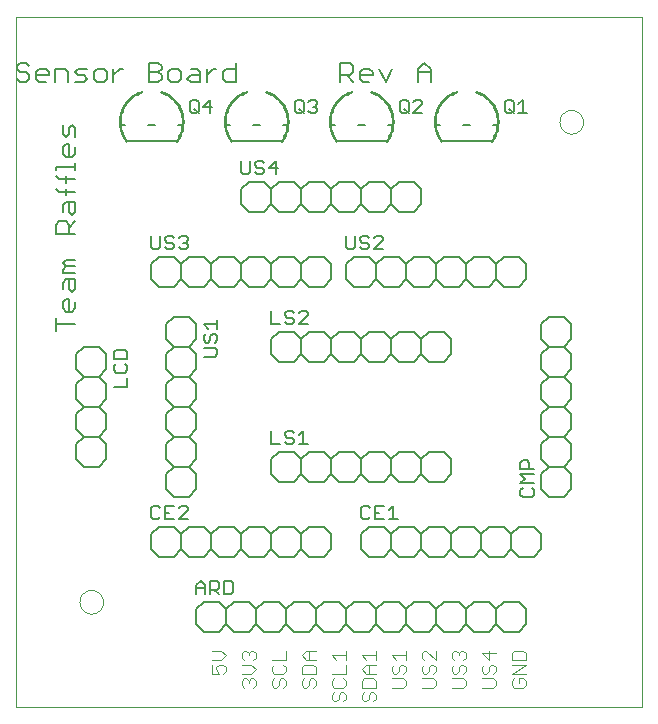
<source format=gto>
G75*
%MOIN*%
%OFA0B0*%
%FSLAX24Y24*%
%IPPOS*%
%LPD*%
%AMOC8*
5,1,8,0,0,1.08239X$1,22.5*
%
%ADD10C,0.0000*%
%ADD11C,0.0060*%
%ADD12C,0.0040*%
%ADD13C,0.0050*%
%ADD14C,0.0006*%
D10*
X000100Y000140D02*
X000100Y023136D01*
X020970Y023136D01*
X020970Y000140D01*
X000100Y000140D01*
X002206Y003640D02*
X002208Y003679D01*
X002214Y003718D01*
X002224Y003756D01*
X002237Y003793D01*
X002254Y003828D01*
X002274Y003862D01*
X002298Y003893D01*
X002325Y003922D01*
X002354Y003948D01*
X002386Y003971D01*
X002420Y003991D01*
X002456Y004007D01*
X002493Y004019D01*
X002532Y004028D01*
X002571Y004033D01*
X002610Y004034D01*
X002649Y004031D01*
X002688Y004024D01*
X002725Y004013D01*
X002762Y003999D01*
X002797Y003981D01*
X002830Y003960D01*
X002861Y003935D01*
X002889Y003908D01*
X002914Y003878D01*
X002936Y003845D01*
X002955Y003811D01*
X002970Y003775D01*
X002982Y003737D01*
X002990Y003699D01*
X002994Y003660D01*
X002994Y003620D01*
X002990Y003581D01*
X002982Y003543D01*
X002970Y003505D01*
X002955Y003469D01*
X002936Y003435D01*
X002914Y003402D01*
X002889Y003372D01*
X002861Y003345D01*
X002830Y003320D01*
X002797Y003299D01*
X002762Y003281D01*
X002725Y003267D01*
X002688Y003256D01*
X002649Y003249D01*
X002610Y003246D01*
X002571Y003247D01*
X002532Y003252D01*
X002493Y003261D01*
X002456Y003273D01*
X002420Y003289D01*
X002386Y003309D01*
X002354Y003332D01*
X002325Y003358D01*
X002298Y003387D01*
X002274Y003418D01*
X002254Y003452D01*
X002237Y003487D01*
X002224Y003524D01*
X002214Y003562D01*
X002208Y003601D01*
X002206Y003640D01*
X018206Y019640D02*
X018208Y019679D01*
X018214Y019718D01*
X018224Y019756D01*
X018237Y019793D01*
X018254Y019828D01*
X018274Y019862D01*
X018298Y019893D01*
X018325Y019922D01*
X018354Y019948D01*
X018386Y019971D01*
X018420Y019991D01*
X018456Y020007D01*
X018493Y020019D01*
X018532Y020028D01*
X018571Y020033D01*
X018610Y020034D01*
X018649Y020031D01*
X018688Y020024D01*
X018725Y020013D01*
X018762Y019999D01*
X018797Y019981D01*
X018830Y019960D01*
X018861Y019935D01*
X018889Y019908D01*
X018914Y019878D01*
X018936Y019845D01*
X018955Y019811D01*
X018970Y019775D01*
X018982Y019737D01*
X018990Y019699D01*
X018994Y019660D01*
X018994Y019620D01*
X018990Y019581D01*
X018982Y019543D01*
X018970Y019505D01*
X018955Y019469D01*
X018936Y019435D01*
X018914Y019402D01*
X018889Y019372D01*
X018861Y019345D01*
X018830Y019320D01*
X018797Y019299D01*
X018762Y019281D01*
X018725Y019267D01*
X018688Y019256D01*
X018649Y019249D01*
X018610Y019246D01*
X018571Y019247D01*
X018532Y019252D01*
X018493Y019261D01*
X018456Y019273D01*
X018420Y019289D01*
X018386Y019309D01*
X018354Y019332D01*
X018325Y019358D01*
X018298Y019387D01*
X018274Y019418D01*
X018254Y019452D01*
X018237Y019487D01*
X018224Y019524D01*
X018214Y019562D01*
X018208Y019601D01*
X018206Y019640D01*
D11*
X016145Y019540D02*
X015987Y019540D01*
X015925Y018990D02*
X014275Y018990D01*
X014213Y019540D02*
X014055Y019540D01*
X014987Y019540D02*
X015213Y019540D01*
X013912Y020970D02*
X013912Y021397D01*
X013699Y021610D01*
X013485Y021397D01*
X013485Y020970D01*
X013485Y021290D02*
X013912Y021290D01*
X012623Y021397D02*
X012410Y020970D01*
X012196Y021397D01*
X011979Y021290D02*
X011979Y021183D01*
X011552Y021183D01*
X011552Y021076D02*
X011552Y021290D01*
X011659Y021397D01*
X011872Y021397D01*
X011979Y021290D01*
X011872Y020970D02*
X011659Y020970D01*
X011552Y021076D01*
X011334Y020970D02*
X011121Y021183D01*
X011228Y021183D02*
X010907Y021183D01*
X010907Y020970D02*
X010907Y021610D01*
X011228Y021610D01*
X011334Y021503D01*
X011334Y021290D01*
X011228Y021183D01*
X011487Y019540D02*
X011713Y019540D01*
X012425Y018990D02*
X010775Y018990D01*
X010713Y019540D02*
X010555Y019540D01*
X009145Y019540D02*
X008987Y019540D01*
X008925Y018990D02*
X007275Y018990D01*
X007213Y019540D02*
X007055Y019540D01*
X007987Y019540D02*
X008213Y019540D01*
X007412Y020970D02*
X007092Y020970D01*
X006985Y021076D01*
X006985Y021290D01*
X007092Y021397D01*
X007412Y021397D01*
X007412Y021610D02*
X007412Y020970D01*
X006769Y021397D02*
X006662Y021397D01*
X006448Y021183D01*
X006448Y020970D02*
X006448Y021397D01*
X006231Y021290D02*
X006231Y020970D01*
X005911Y020970D01*
X005804Y021076D01*
X005911Y021183D01*
X006231Y021183D01*
X006231Y021290D02*
X006124Y021397D01*
X005911Y021397D01*
X005586Y021290D02*
X005586Y021076D01*
X005479Y020970D01*
X005266Y020970D01*
X005159Y021076D01*
X005159Y021290D01*
X005266Y021397D01*
X005479Y021397D01*
X005586Y021290D01*
X004942Y021397D02*
X004835Y021290D01*
X004515Y021290D01*
X004835Y021290D02*
X004942Y021183D01*
X004942Y021076D01*
X004835Y020970D01*
X004515Y020970D01*
X004515Y021610D01*
X004835Y021610D01*
X004942Y021503D01*
X004942Y021397D01*
X003653Y021397D02*
X003547Y021397D01*
X003333Y021183D01*
X003333Y020970D02*
X003333Y021397D01*
X003115Y021290D02*
X003009Y021397D01*
X002795Y021397D01*
X002688Y021290D01*
X002688Y021076D01*
X002795Y020970D01*
X003009Y020970D01*
X003115Y021076D01*
X003115Y021290D01*
X002471Y021397D02*
X002151Y021397D01*
X002044Y021290D01*
X002151Y021183D01*
X002364Y021183D01*
X002471Y021076D01*
X002364Y020970D01*
X002044Y020970D01*
X001826Y020970D02*
X001826Y021290D01*
X001720Y021397D01*
X001399Y021397D01*
X001399Y020970D01*
X001182Y021183D02*
X000755Y021183D01*
X000755Y021076D02*
X000755Y021290D01*
X000862Y021397D01*
X001075Y021397D01*
X001182Y021290D01*
X001182Y021183D01*
X001075Y020970D02*
X000862Y020970D01*
X000755Y021076D01*
X000537Y021076D02*
X000537Y021183D01*
X000431Y021290D01*
X000217Y021290D01*
X000110Y021397D01*
X000110Y021503D01*
X000217Y021610D01*
X000431Y021610D01*
X000537Y021503D01*
X000537Y021076D02*
X000431Y020970D01*
X000217Y020970D01*
X000110Y021076D01*
X001643Y019542D02*
X001643Y019222D01*
X001750Y019115D01*
X001856Y019222D01*
X001856Y019435D01*
X001963Y019542D01*
X002070Y019435D01*
X002070Y019115D01*
X001856Y018898D02*
X001856Y018471D01*
X001750Y018471D02*
X001643Y018577D01*
X001643Y018791D01*
X001750Y018898D01*
X001856Y018898D01*
X002070Y018791D02*
X002070Y018577D01*
X001963Y018471D01*
X001750Y018471D01*
X002070Y018254D02*
X002070Y018041D01*
X002070Y018148D02*
X001429Y018148D01*
X001429Y018041D01*
X001429Y017825D02*
X001536Y017718D01*
X002070Y017718D01*
X001750Y017611D02*
X001750Y017825D01*
X001750Y017395D02*
X001750Y017182D01*
X001750Y016964D02*
X002070Y016964D01*
X002070Y016644D01*
X001963Y016537D01*
X001856Y016644D01*
X001856Y016964D01*
X001750Y016964D02*
X001643Y016857D01*
X001643Y016644D01*
X001536Y016319D02*
X001750Y016319D01*
X001856Y016213D01*
X001856Y015892D01*
X001856Y016106D02*
X002070Y016319D01*
X002070Y015892D02*
X001429Y015892D01*
X001429Y016213D01*
X001536Y016319D01*
X001536Y017288D02*
X001429Y017395D01*
X001536Y017288D02*
X002070Y017288D01*
X003775Y018990D02*
X005425Y018990D01*
X005487Y019540D02*
X005645Y019540D01*
X004713Y019540D02*
X004487Y019540D01*
X003713Y019540D02*
X003555Y019540D01*
X004850Y015140D02*
X004600Y014890D01*
X004600Y014390D01*
X004850Y014140D01*
X005350Y014140D01*
X005600Y014390D01*
X005850Y014140D01*
X006350Y014140D01*
X006600Y014390D01*
X006600Y014890D01*
X006350Y015140D01*
X005850Y015140D01*
X005600Y014890D01*
X005600Y014390D01*
X005600Y014890D02*
X005350Y015140D01*
X004850Y015140D01*
X006600Y014890D02*
X006850Y015140D01*
X007350Y015140D01*
X007600Y014890D01*
X007850Y015140D01*
X008350Y015140D01*
X008600Y014890D01*
X008850Y015140D01*
X009350Y015140D01*
X009600Y014890D01*
X009850Y015140D01*
X010350Y015140D01*
X010600Y014890D01*
X010600Y014390D01*
X010350Y014140D01*
X009850Y014140D01*
X009600Y014390D01*
X009350Y014140D01*
X008850Y014140D01*
X008600Y014390D01*
X008350Y014140D01*
X007850Y014140D01*
X007600Y014390D01*
X007350Y014140D01*
X006850Y014140D01*
X006600Y014390D01*
X007600Y014390D02*
X007600Y014890D01*
X008600Y014890D02*
X008600Y014390D01*
X009600Y014390D02*
X009600Y014890D01*
X011100Y014890D02*
X011100Y014390D01*
X011350Y014140D01*
X011850Y014140D01*
X012100Y014390D01*
X012350Y014140D01*
X012850Y014140D01*
X013100Y014390D01*
X013100Y014890D01*
X012850Y015140D01*
X012350Y015140D01*
X012100Y014890D01*
X012100Y014390D01*
X012100Y014890D02*
X011850Y015140D01*
X011350Y015140D01*
X011100Y014890D01*
X011350Y016640D02*
X010850Y016640D01*
X010600Y016890D01*
X010350Y016640D01*
X009850Y016640D01*
X009600Y016890D01*
X009350Y016640D01*
X008850Y016640D01*
X008600Y016890D01*
X008350Y016640D01*
X007850Y016640D01*
X007600Y016890D01*
X007600Y017390D01*
X007850Y017640D01*
X008350Y017640D01*
X008600Y017390D01*
X008850Y017640D01*
X009350Y017640D01*
X009600Y017390D01*
X009600Y016890D01*
X009600Y017390D02*
X009850Y017640D01*
X010350Y017640D01*
X010600Y017390D01*
X010850Y017640D01*
X011350Y017640D01*
X011600Y017390D01*
X011850Y017640D01*
X012350Y017640D01*
X012600Y017390D01*
X012850Y017640D01*
X013350Y017640D01*
X013600Y017390D01*
X013600Y016890D01*
X013350Y016640D01*
X012850Y016640D01*
X012600Y016890D01*
X012350Y016640D01*
X011850Y016640D01*
X011600Y016890D01*
X011350Y016640D01*
X011600Y016890D02*
X011600Y017390D01*
X012600Y017390D02*
X012600Y016890D01*
X013350Y015140D02*
X013850Y015140D01*
X014100Y014890D01*
X014350Y015140D01*
X014850Y015140D01*
X015100Y014890D01*
X015350Y015140D01*
X015850Y015140D01*
X016100Y014890D01*
X016350Y015140D01*
X016850Y015140D01*
X017100Y014890D01*
X017100Y014390D01*
X016850Y014140D01*
X016350Y014140D01*
X016100Y014390D01*
X015850Y014140D01*
X015350Y014140D01*
X015100Y014390D01*
X014850Y014140D01*
X014350Y014140D01*
X014100Y014390D01*
X013850Y014140D01*
X013350Y014140D01*
X013100Y014390D01*
X013100Y014890D02*
X013350Y015140D01*
X014100Y014890D02*
X014100Y014390D01*
X015100Y014390D02*
X015100Y014890D01*
X016100Y014890D02*
X016100Y014390D01*
X017600Y012890D02*
X017850Y013140D01*
X018350Y013140D01*
X018600Y012890D01*
X018600Y012390D01*
X018350Y012140D01*
X018600Y011890D01*
X018600Y011390D01*
X018350Y011140D01*
X018600Y010890D01*
X018600Y010390D01*
X018350Y010140D01*
X018600Y009890D01*
X018600Y009390D01*
X018350Y009140D01*
X018600Y008890D01*
X018600Y008390D01*
X018350Y008140D01*
X018600Y007890D01*
X018600Y007390D01*
X018350Y007140D01*
X017850Y007140D01*
X017600Y007390D01*
X017600Y007890D01*
X017850Y008140D01*
X017600Y008390D01*
X017600Y008890D01*
X017850Y009140D01*
X018350Y009140D01*
X017850Y009140D02*
X017600Y009390D01*
X017600Y009890D01*
X017850Y010140D01*
X017600Y010390D01*
X017600Y010890D01*
X017850Y011140D01*
X017600Y011390D01*
X017600Y011890D01*
X017850Y012140D01*
X017600Y012390D01*
X017600Y012890D01*
X017850Y012140D02*
X018350Y012140D01*
X018350Y011140D02*
X017850Y011140D01*
X017850Y010140D02*
X018350Y010140D01*
X018350Y008140D02*
X017850Y008140D01*
X017350Y006140D02*
X016850Y006140D01*
X016600Y005890D01*
X016600Y005390D01*
X016850Y005140D01*
X017350Y005140D01*
X017600Y005390D01*
X017600Y005890D01*
X017350Y006140D01*
X016600Y005890D02*
X016350Y006140D01*
X015850Y006140D01*
X015600Y005890D01*
X015600Y005390D01*
X015850Y005140D01*
X016350Y005140D01*
X016600Y005390D01*
X015600Y005390D02*
X015350Y005140D01*
X014850Y005140D01*
X014600Y005390D01*
X014350Y005140D01*
X013850Y005140D01*
X013600Y005390D01*
X013350Y005140D01*
X012850Y005140D01*
X012600Y005390D01*
X012350Y005140D01*
X011850Y005140D01*
X011600Y005390D01*
X011600Y005890D01*
X011850Y006140D01*
X012350Y006140D01*
X012600Y005890D01*
X012850Y006140D01*
X013350Y006140D01*
X013600Y005890D01*
X013600Y005390D01*
X013600Y005890D02*
X013850Y006140D01*
X014350Y006140D01*
X014600Y005890D01*
X014850Y006140D01*
X015350Y006140D01*
X015600Y005890D01*
X014600Y005890D02*
X014600Y005390D01*
X014350Y003640D02*
X014850Y003640D01*
X015100Y003390D01*
X015350Y003640D01*
X015850Y003640D01*
X016100Y003390D01*
X016350Y003640D01*
X016850Y003640D01*
X017100Y003390D01*
X017100Y002890D01*
X016850Y002640D01*
X016350Y002640D01*
X016100Y002890D01*
X015850Y002640D01*
X015350Y002640D01*
X015100Y002890D01*
X014850Y002640D01*
X014350Y002640D01*
X014100Y002890D01*
X013850Y002640D01*
X013350Y002640D01*
X013100Y002890D01*
X012850Y002640D01*
X012350Y002640D01*
X012100Y002890D01*
X011850Y002640D01*
X011350Y002640D01*
X011100Y002890D01*
X010850Y002640D01*
X010350Y002640D01*
X010100Y002890D01*
X009850Y002640D01*
X009350Y002640D01*
X009100Y002890D01*
X008850Y002640D01*
X008350Y002640D01*
X008100Y002890D01*
X007850Y002640D01*
X007350Y002640D01*
X007100Y002890D01*
X006850Y002640D01*
X006350Y002640D01*
X006100Y002890D01*
X006100Y003390D01*
X006350Y003640D01*
X006850Y003640D01*
X007100Y003390D01*
X007350Y003640D01*
X007850Y003640D01*
X008100Y003390D01*
X008100Y002890D01*
X008100Y003390D02*
X008350Y003640D01*
X008850Y003640D01*
X009100Y003390D01*
X009350Y003640D01*
X009850Y003640D01*
X010100Y003390D01*
X010350Y003640D01*
X010850Y003640D01*
X011100Y003390D01*
X011100Y002890D01*
X011100Y003390D02*
X011350Y003640D01*
X011850Y003640D01*
X012100Y003390D01*
X012350Y003640D01*
X012850Y003640D01*
X013100Y003390D01*
X013350Y003640D01*
X013850Y003640D01*
X014100Y003390D01*
X014100Y002890D01*
X014100Y003390D02*
X014350Y003640D01*
X015100Y003390D02*
X015100Y002890D01*
X016100Y002890D02*
X016100Y003390D01*
X013100Y003390D02*
X013100Y002890D01*
X012100Y002890D02*
X012100Y003390D01*
X010350Y005140D02*
X009850Y005140D01*
X009600Y005390D01*
X009350Y005140D01*
X008850Y005140D01*
X008600Y005390D01*
X008350Y005140D01*
X007850Y005140D01*
X007600Y005390D01*
X007350Y005140D01*
X006850Y005140D01*
X006600Y005390D01*
X006350Y005140D01*
X005850Y005140D01*
X005600Y005390D01*
X005350Y005140D01*
X004850Y005140D01*
X004600Y005390D01*
X004600Y005890D01*
X004850Y006140D01*
X005350Y006140D01*
X005600Y005890D01*
X005850Y006140D01*
X006350Y006140D01*
X006600Y005890D01*
X006600Y005390D01*
X006600Y005890D02*
X006850Y006140D01*
X007350Y006140D01*
X007600Y005890D01*
X007850Y006140D01*
X008350Y006140D01*
X008600Y005890D01*
X008850Y006140D01*
X009350Y006140D01*
X009600Y005890D01*
X009850Y006140D01*
X010350Y006140D01*
X010600Y005890D01*
X010600Y005390D01*
X010350Y005140D01*
X009600Y005390D02*
X009600Y005890D01*
X008600Y005890D02*
X008600Y005390D01*
X007600Y005390D02*
X007600Y005890D01*
X008850Y007640D02*
X009350Y007640D01*
X009600Y007890D01*
X009850Y007640D01*
X010350Y007640D01*
X010600Y007890D01*
X010600Y008390D01*
X010350Y008640D01*
X009850Y008640D01*
X009600Y008390D01*
X009600Y007890D01*
X009600Y008390D02*
X009350Y008640D01*
X008850Y008640D01*
X008600Y008390D01*
X008600Y007890D01*
X008850Y007640D01*
X010600Y007890D02*
X010850Y007640D01*
X011350Y007640D01*
X011600Y007890D01*
X011850Y007640D01*
X012350Y007640D01*
X012600Y007890D01*
X012850Y007640D01*
X013350Y007640D01*
X013600Y007890D01*
X013850Y007640D01*
X014350Y007640D01*
X014600Y007890D01*
X014600Y008390D01*
X014350Y008640D01*
X013850Y008640D01*
X013600Y008390D01*
X013600Y007890D01*
X013600Y008390D02*
X013350Y008640D01*
X012850Y008640D01*
X012600Y008390D01*
X012600Y007890D01*
X012600Y008390D02*
X012350Y008640D01*
X011850Y008640D01*
X011600Y008390D01*
X011600Y007890D01*
X011600Y008390D02*
X011350Y008640D01*
X010850Y008640D01*
X010600Y008390D01*
X012600Y005890D02*
X012600Y005390D01*
X010100Y003390D02*
X010100Y002890D01*
X009100Y002890D02*
X009100Y003390D01*
X007100Y003390D02*
X007100Y002890D01*
X005600Y005390D02*
X005600Y005890D01*
X005350Y007140D02*
X005100Y007390D01*
X005100Y007890D01*
X005350Y008140D01*
X005100Y008390D01*
X005100Y008890D01*
X005350Y009140D01*
X005100Y009390D01*
X005100Y009890D01*
X005350Y010140D01*
X005100Y010390D01*
X005100Y010890D01*
X005350Y011140D01*
X005100Y011390D01*
X005100Y011890D01*
X005350Y012140D01*
X005100Y012390D01*
X005100Y012890D01*
X005350Y013140D01*
X005850Y013140D01*
X006100Y012890D01*
X006100Y012390D01*
X005850Y012140D01*
X006100Y011890D01*
X006100Y011390D01*
X005850Y011140D01*
X005350Y011140D01*
X005850Y011140D02*
X006100Y010890D01*
X006100Y010390D01*
X005850Y010140D01*
X006100Y009890D01*
X006100Y009390D01*
X005850Y009140D01*
X006100Y008890D01*
X006100Y008390D01*
X005850Y008140D01*
X006100Y007890D01*
X006100Y007390D01*
X005850Y007140D01*
X005350Y007140D01*
X005350Y008140D02*
X005850Y008140D01*
X005850Y009140D02*
X005350Y009140D01*
X005350Y010140D02*
X005850Y010140D01*
X005850Y012140D02*
X005350Y012140D01*
X003100Y011890D02*
X003100Y011390D01*
X002850Y011140D01*
X003100Y010890D01*
X003100Y010390D01*
X002850Y010140D01*
X002350Y010140D01*
X002100Y010390D01*
X002100Y010890D01*
X002350Y011140D01*
X002100Y011390D01*
X002100Y011890D01*
X002350Y012140D01*
X002850Y012140D01*
X003100Y011890D01*
X002850Y011140D02*
X002350Y011140D01*
X002350Y010140D02*
X002100Y009890D01*
X002100Y009390D01*
X002350Y009140D01*
X002100Y008890D01*
X002100Y008390D01*
X002350Y008140D01*
X002850Y008140D01*
X003100Y008390D01*
X003100Y008890D01*
X002850Y009140D01*
X002350Y009140D01*
X002850Y009140D02*
X003100Y009390D01*
X003100Y009890D01*
X002850Y010140D01*
X001429Y012670D02*
X001429Y013097D01*
X001429Y012883D02*
X002070Y012883D01*
X001963Y013314D02*
X001750Y013314D01*
X001643Y013421D01*
X001643Y013635D01*
X001750Y013741D01*
X001856Y013741D01*
X001856Y013314D01*
X001963Y013314D02*
X002070Y013421D01*
X002070Y013635D01*
X001963Y013959D02*
X001856Y014066D01*
X001856Y014386D01*
X001750Y014386D02*
X002070Y014386D01*
X002070Y014066D01*
X001963Y013959D01*
X001643Y014279D02*
X001750Y014386D01*
X001643Y014279D02*
X001643Y014066D01*
X001643Y014603D02*
X001643Y014710D01*
X001750Y014817D01*
X001643Y014924D01*
X001750Y015030D01*
X002070Y015030D01*
X002070Y014817D02*
X001750Y014817D01*
X001643Y014603D02*
X002070Y014603D01*
X008600Y012390D02*
X008600Y011890D01*
X008850Y011640D01*
X009350Y011640D01*
X009600Y011890D01*
X009850Y011640D01*
X010350Y011640D01*
X010600Y011890D01*
X010600Y012390D01*
X010350Y012640D01*
X009850Y012640D01*
X009600Y012390D01*
X009600Y011890D01*
X009600Y012390D02*
X009350Y012640D01*
X008850Y012640D01*
X008600Y012390D01*
X010600Y012390D02*
X010850Y012640D01*
X011350Y012640D01*
X011600Y012390D01*
X011850Y012640D01*
X012350Y012640D01*
X012600Y012390D01*
X012850Y012640D01*
X013350Y012640D01*
X013600Y012390D01*
X013850Y012640D01*
X014350Y012640D01*
X014600Y012390D01*
X014600Y011890D01*
X014350Y011640D01*
X013850Y011640D01*
X013600Y011890D01*
X013350Y011640D01*
X012850Y011640D01*
X012600Y011890D01*
X012350Y011640D01*
X011850Y011640D01*
X011600Y011890D01*
X011350Y011640D01*
X010850Y011640D01*
X010600Y011890D01*
X011600Y011890D02*
X011600Y012390D01*
X012600Y012390D02*
X012600Y011890D01*
X013600Y011890D02*
X013600Y012390D01*
X010600Y016890D02*
X010600Y017390D01*
X008600Y017390D02*
X008600Y016890D01*
X012487Y019540D02*
X012645Y019540D01*
D12*
X013080Y002006D02*
X013080Y001699D01*
X013080Y001853D02*
X012620Y001853D01*
X012773Y001699D01*
X012696Y001546D02*
X012620Y001469D01*
X012620Y001316D01*
X012696Y001239D01*
X012773Y001239D01*
X012850Y001316D01*
X012850Y001469D01*
X012927Y001546D01*
X013003Y001546D01*
X013080Y001469D01*
X013080Y001316D01*
X013003Y001239D01*
X013003Y001085D02*
X012620Y001085D01*
X012620Y000779D02*
X013003Y000779D01*
X013080Y000855D01*
X013080Y001009D01*
X013003Y001085D01*
X013620Y001085D02*
X014003Y001085D01*
X014080Y001009D01*
X014080Y000855D01*
X014003Y000779D01*
X013620Y000779D01*
X013696Y001239D02*
X013620Y001316D01*
X013620Y001469D01*
X013696Y001546D01*
X013696Y001699D02*
X013620Y001776D01*
X013620Y001929D01*
X013696Y002006D01*
X013773Y002006D01*
X014080Y001699D01*
X014080Y002006D01*
X014003Y001546D02*
X014080Y001469D01*
X014080Y001316D01*
X014003Y001239D01*
X013850Y001316D02*
X013850Y001469D01*
X013927Y001546D01*
X014003Y001546D01*
X013850Y001316D02*
X013773Y001239D01*
X013696Y001239D01*
X014620Y001316D02*
X014696Y001239D01*
X014773Y001239D01*
X014850Y001316D01*
X014850Y001469D01*
X014927Y001546D01*
X015003Y001546D01*
X015080Y001469D01*
X015080Y001316D01*
X015003Y001239D01*
X015003Y001085D02*
X014620Y001085D01*
X014620Y001316D02*
X014620Y001469D01*
X014696Y001546D01*
X014696Y001699D02*
X014620Y001776D01*
X014620Y001929D01*
X014696Y002006D01*
X014773Y002006D01*
X014850Y001929D01*
X014927Y002006D01*
X015003Y002006D01*
X015080Y001929D01*
X015080Y001776D01*
X015003Y001699D01*
X014850Y001853D02*
X014850Y001929D01*
X015620Y001929D02*
X015850Y001699D01*
X015850Y002006D01*
X016080Y001929D02*
X015620Y001929D01*
X015696Y001546D02*
X015620Y001469D01*
X015620Y001316D01*
X015696Y001239D01*
X015773Y001239D01*
X015850Y001316D01*
X015850Y001469D01*
X015927Y001546D01*
X016003Y001546D01*
X016080Y001469D01*
X016080Y001316D01*
X016003Y001239D01*
X016003Y001085D02*
X015620Y001085D01*
X015620Y000779D02*
X016003Y000779D01*
X016080Y000855D01*
X016080Y001009D01*
X016003Y001085D01*
X016620Y001009D02*
X016620Y000855D01*
X016696Y000779D01*
X017003Y000779D01*
X017080Y000855D01*
X017080Y001009D01*
X017003Y001085D01*
X016850Y001085D01*
X016850Y000932D01*
X016696Y001085D02*
X016620Y001009D01*
X016620Y001239D02*
X017080Y001546D01*
X016620Y001546D01*
X016620Y001699D02*
X016620Y001929D01*
X016696Y002006D01*
X017003Y002006D01*
X017080Y001929D01*
X017080Y001699D01*
X016620Y001699D01*
X016620Y001239D02*
X017080Y001239D01*
X015080Y001009D02*
X015080Y000855D01*
X015003Y000779D01*
X014620Y000779D01*
X015003Y001085D02*
X015080Y001009D01*
X012080Y001009D02*
X012080Y000779D01*
X011620Y000779D01*
X011620Y001009D01*
X011696Y001085D01*
X012003Y001085D01*
X012080Y001009D01*
X012080Y001239D02*
X011773Y001239D01*
X011620Y001392D01*
X011773Y001546D01*
X012080Y001546D01*
X012080Y001699D02*
X012080Y002006D01*
X012080Y001853D02*
X011620Y001853D01*
X011773Y001699D01*
X011850Y001546D02*
X011850Y001239D01*
X011927Y000625D02*
X012003Y000625D01*
X012080Y000548D01*
X012080Y000395D01*
X012003Y000318D01*
X011850Y000395D02*
X011850Y000548D01*
X011927Y000625D01*
X011696Y000625D02*
X011620Y000548D01*
X011620Y000395D01*
X011696Y000318D01*
X011773Y000318D01*
X011850Y000395D01*
X011080Y000395D02*
X011003Y000318D01*
X011080Y000395D02*
X011080Y000548D01*
X011003Y000625D01*
X010927Y000625D01*
X010850Y000548D01*
X010850Y000395D01*
X010773Y000318D01*
X010696Y000318D01*
X010620Y000395D01*
X010620Y000548D01*
X010696Y000625D01*
X010696Y000779D02*
X011003Y000779D01*
X011080Y000855D01*
X011080Y001009D01*
X011003Y001085D01*
X011080Y001239D02*
X011080Y001546D01*
X011080Y001699D02*
X011080Y002006D01*
X011080Y001853D02*
X010620Y001853D01*
X010773Y001699D01*
X010620Y001239D02*
X011080Y001239D01*
X010696Y001085D02*
X010620Y001009D01*
X010620Y000855D01*
X010696Y000779D01*
X010080Y000855D02*
X010003Y000779D01*
X010080Y000855D02*
X010080Y001009D01*
X010003Y001085D01*
X009927Y001085D01*
X009850Y001009D01*
X009850Y000855D01*
X009773Y000779D01*
X009696Y000779D01*
X009620Y000855D01*
X009620Y001009D01*
X009696Y001085D01*
X009620Y001239D02*
X009620Y001469D01*
X009696Y001546D01*
X010003Y001546D01*
X010080Y001469D01*
X010080Y001239D01*
X009620Y001239D01*
X009773Y001699D02*
X009620Y001853D01*
X009773Y002006D01*
X010080Y002006D01*
X009850Y002006D02*
X009850Y001699D01*
X009773Y001699D02*
X010080Y001699D01*
X009080Y001699D02*
X009080Y002006D01*
X009080Y001699D02*
X008620Y001699D01*
X008696Y001546D02*
X008620Y001469D01*
X008620Y001316D01*
X008696Y001239D01*
X009003Y001239D01*
X009080Y001316D01*
X009080Y001469D01*
X009003Y001546D01*
X009003Y001085D02*
X009080Y001009D01*
X009080Y000855D01*
X009003Y000779D01*
X008850Y000855D02*
X008850Y001009D01*
X008927Y001085D01*
X009003Y001085D01*
X008850Y000855D02*
X008773Y000779D01*
X008696Y000779D01*
X008620Y000855D01*
X008620Y001009D01*
X008696Y001085D01*
X008080Y001009D02*
X008080Y000855D01*
X008003Y000779D01*
X007850Y000932D02*
X007850Y001009D01*
X007927Y001085D01*
X008003Y001085D01*
X008080Y001009D01*
X007850Y001009D02*
X007773Y001085D01*
X007696Y001085D01*
X007620Y001009D01*
X007620Y000855D01*
X007696Y000779D01*
X007620Y001239D02*
X007927Y001239D01*
X008080Y001392D01*
X007927Y001546D01*
X007620Y001546D01*
X007696Y001699D02*
X007620Y001776D01*
X007620Y001929D01*
X007696Y002006D01*
X007773Y002006D01*
X007850Y001929D01*
X007927Y002006D01*
X008003Y002006D01*
X008080Y001929D01*
X008080Y001776D01*
X008003Y001699D01*
X007850Y001853D02*
X007850Y001929D01*
X007080Y001853D02*
X006927Y002006D01*
X006620Y002006D01*
X006620Y001699D02*
X006927Y001699D01*
X007080Y001853D01*
X007003Y001546D02*
X006850Y001546D01*
X006773Y001469D01*
X006773Y001392D01*
X006850Y001239D01*
X006620Y001239D01*
X006620Y001546D01*
X007003Y001546D02*
X007080Y001469D01*
X007080Y001316D01*
X007003Y001239D01*
D13*
X007016Y003885D02*
X007241Y003885D01*
X007316Y003960D01*
X007316Y004260D01*
X007241Y004335D01*
X007016Y004335D01*
X007016Y003885D01*
X006856Y003885D02*
X006706Y004035D01*
X006781Y004035D02*
X006555Y004035D01*
X006555Y003885D02*
X006555Y004335D01*
X006781Y004335D01*
X006856Y004260D01*
X006856Y004110D01*
X006781Y004035D01*
X006395Y004110D02*
X006095Y004110D01*
X006095Y004185D02*
X006095Y003885D01*
X006095Y004185D02*
X006245Y004335D01*
X006395Y004185D01*
X006395Y003885D01*
X005816Y006385D02*
X005516Y006385D01*
X005816Y006685D01*
X005816Y006760D01*
X005741Y006835D01*
X005591Y006835D01*
X005516Y006760D01*
X005356Y006835D02*
X005055Y006835D01*
X005055Y006385D01*
X005356Y006385D01*
X005206Y006610D02*
X005055Y006610D01*
X004895Y006760D02*
X004820Y006835D01*
X004670Y006835D01*
X004595Y006760D01*
X004595Y006460D01*
X004670Y006385D01*
X004820Y006385D01*
X004895Y006460D01*
X008595Y008885D02*
X008895Y008885D01*
X009055Y008960D02*
X009130Y008885D01*
X009281Y008885D01*
X009356Y008960D01*
X009356Y009035D01*
X009281Y009110D01*
X009130Y009110D01*
X009055Y009185D01*
X009055Y009260D01*
X009130Y009335D01*
X009281Y009335D01*
X009356Y009260D01*
X009516Y009185D02*
X009666Y009335D01*
X009666Y008885D01*
X009516Y008885D02*
X009816Y008885D01*
X008595Y008885D02*
X008595Y009335D01*
X006720Y011814D02*
X006345Y011814D01*
X006720Y011814D02*
X006795Y011889D01*
X006795Y012039D01*
X006720Y012114D01*
X006345Y012114D01*
X006420Y012274D02*
X006495Y012274D01*
X006570Y012349D01*
X006570Y012499D01*
X006645Y012574D01*
X006720Y012574D01*
X006795Y012499D01*
X006795Y012349D01*
X006720Y012274D01*
X006420Y012274D02*
X006345Y012349D01*
X006345Y012499D01*
X006420Y012574D01*
X006495Y012734D02*
X006345Y012884D01*
X006795Y012884D01*
X006795Y012734D02*
X006795Y013035D01*
X008595Y012885D02*
X008895Y012885D01*
X009055Y012960D02*
X009130Y012885D01*
X009281Y012885D01*
X009356Y012960D01*
X009356Y013035D01*
X009281Y013110D01*
X009130Y013110D01*
X009055Y013185D01*
X009055Y013260D01*
X009130Y013335D01*
X009281Y013335D01*
X009356Y013260D01*
X009516Y013260D02*
X009591Y013335D01*
X009741Y013335D01*
X009816Y013260D01*
X009816Y013185D01*
X009516Y012885D01*
X009816Y012885D01*
X008595Y012885D02*
X008595Y013335D01*
X011095Y015460D02*
X011170Y015385D01*
X011320Y015385D01*
X011395Y015460D01*
X011395Y015835D01*
X011555Y015760D02*
X011555Y015685D01*
X011630Y015610D01*
X011781Y015610D01*
X011856Y015535D01*
X011856Y015460D01*
X011781Y015385D01*
X011630Y015385D01*
X011555Y015460D01*
X011555Y015760D02*
X011630Y015835D01*
X011781Y015835D01*
X011856Y015760D01*
X012016Y015760D02*
X012091Y015835D01*
X012241Y015835D01*
X012316Y015760D01*
X012316Y015685D01*
X012016Y015385D01*
X012316Y015385D01*
X011095Y015460D02*
X011095Y015835D01*
X008741Y017885D02*
X008741Y018335D01*
X008516Y018110D01*
X008816Y018110D01*
X008356Y018035D02*
X008356Y017960D01*
X008281Y017885D01*
X008130Y017885D01*
X008055Y017960D01*
X007895Y017960D02*
X007820Y017885D01*
X007670Y017885D01*
X007595Y017960D01*
X007595Y018335D01*
X007895Y018335D02*
X007895Y017960D01*
X008055Y018185D02*
X008130Y018110D01*
X008281Y018110D01*
X008356Y018035D01*
X008356Y018260D02*
X008281Y018335D01*
X008130Y018335D01*
X008055Y018260D01*
X008055Y018185D01*
X009450Y019915D02*
X009375Y019990D01*
X009375Y020290D01*
X009450Y020365D01*
X009600Y020365D01*
X009675Y020290D01*
X009675Y019990D01*
X009600Y019915D01*
X009450Y019915D01*
X009525Y020065D02*
X009675Y019915D01*
X009835Y019990D02*
X009910Y019915D01*
X010061Y019915D01*
X010136Y019990D01*
X010136Y020065D01*
X010061Y020140D01*
X009986Y020140D01*
X010061Y020140D02*
X010136Y020215D01*
X010136Y020290D01*
X010061Y020365D01*
X009910Y020365D01*
X009835Y020290D01*
X012875Y020290D02*
X012875Y019990D01*
X012950Y019915D01*
X013100Y019915D01*
X013175Y019990D01*
X013175Y020290D01*
X013100Y020365D01*
X012950Y020365D01*
X012875Y020290D01*
X013025Y020065D02*
X013175Y019915D01*
X013335Y019915D02*
X013636Y020215D01*
X013636Y020290D01*
X013561Y020365D01*
X013410Y020365D01*
X013335Y020290D01*
X013335Y019915D02*
X013636Y019915D01*
X016375Y019990D02*
X016450Y019915D01*
X016600Y019915D01*
X016675Y019990D01*
X016675Y020290D01*
X016600Y020365D01*
X016450Y020365D01*
X016375Y020290D01*
X016375Y019990D01*
X016525Y020065D02*
X016675Y019915D01*
X016835Y019915D02*
X017136Y019915D01*
X016986Y019915D02*
X016986Y020365D01*
X016835Y020215D01*
X006636Y020140D02*
X006335Y020140D01*
X006561Y020365D01*
X006561Y019915D01*
X006175Y019915D02*
X006025Y020065D01*
X005875Y019990D02*
X005875Y020290D01*
X005950Y020365D01*
X006100Y020365D01*
X006175Y020290D01*
X006175Y019990D01*
X006100Y019915D01*
X005950Y019915D01*
X005875Y019990D01*
X005741Y015835D02*
X005591Y015835D01*
X005516Y015760D01*
X005356Y015760D02*
X005281Y015835D01*
X005130Y015835D01*
X005055Y015760D01*
X005055Y015685D01*
X005130Y015610D01*
X005281Y015610D01*
X005356Y015535D01*
X005356Y015460D01*
X005281Y015385D01*
X005130Y015385D01*
X005055Y015460D01*
X004895Y015460D02*
X004895Y015835D01*
X004595Y015835D02*
X004595Y015460D01*
X004670Y015385D01*
X004820Y015385D01*
X004895Y015460D01*
X005516Y015460D02*
X005591Y015385D01*
X005741Y015385D01*
X005816Y015460D01*
X005816Y015535D01*
X005741Y015610D01*
X005666Y015610D01*
X005741Y015610D02*
X005816Y015685D01*
X005816Y015760D01*
X005741Y015835D01*
X003720Y012035D02*
X003420Y012035D01*
X003345Y011959D01*
X003345Y011734D01*
X003795Y011734D01*
X003795Y011959D01*
X003720Y012035D01*
X003720Y011574D02*
X003795Y011499D01*
X003795Y011349D01*
X003720Y011274D01*
X003420Y011274D01*
X003345Y011349D01*
X003345Y011499D01*
X003420Y011574D01*
X003795Y011114D02*
X003795Y010814D01*
X003345Y010814D01*
X011595Y006760D02*
X011595Y006460D01*
X011670Y006385D01*
X011820Y006385D01*
X011895Y006460D01*
X012055Y006385D02*
X012356Y006385D01*
X012516Y006385D02*
X012816Y006385D01*
X012666Y006385D02*
X012666Y006835D01*
X012516Y006685D01*
X012356Y006835D02*
X012055Y006835D01*
X012055Y006385D01*
X012055Y006610D02*
X012206Y006610D01*
X011895Y006760D02*
X011820Y006835D01*
X011670Y006835D01*
X011595Y006760D01*
X016905Y007210D02*
X016980Y007135D01*
X017280Y007135D01*
X017355Y007210D01*
X017355Y007360D01*
X017280Y007435D01*
X017355Y007595D02*
X016905Y007595D01*
X017055Y007745D01*
X016905Y007895D01*
X017355Y007895D01*
X017355Y008055D02*
X016905Y008055D01*
X016905Y008281D01*
X016980Y008356D01*
X017130Y008356D01*
X017205Y008281D01*
X017205Y008055D01*
X016980Y007435D02*
X016905Y007360D01*
X016905Y007210D01*
D14*
X015947Y018976D02*
X015905Y019010D01*
X015905Y019009D02*
X015942Y019059D01*
X015975Y019111D01*
X016006Y019165D01*
X016033Y019220D01*
X016057Y019277D01*
X016077Y019336D01*
X016093Y019395D01*
X016106Y019456D01*
X016116Y019517D01*
X016121Y019578D01*
X016123Y019640D01*
X016121Y019702D01*
X016116Y019763D01*
X016106Y019824D01*
X016093Y019885D01*
X016077Y019944D01*
X016057Y020003D01*
X016033Y020060D01*
X016006Y020115D01*
X015976Y020169D01*
X015942Y020221D01*
X015905Y020271D01*
X015866Y020318D01*
X015823Y020363D01*
X015778Y020406D01*
X015731Y020445D01*
X015681Y020482D01*
X015629Y020515D01*
X015576Y020546D01*
X015520Y020573D01*
X015463Y020596D01*
X015404Y020617D01*
X015420Y020668D01*
X015480Y020648D01*
X015538Y020624D01*
X015595Y020596D01*
X015650Y020566D01*
X015704Y020532D01*
X015755Y020495D01*
X015804Y020455D01*
X015850Y020413D01*
X015894Y020367D01*
X015936Y020320D01*
X015974Y020269D01*
X016009Y020217D01*
X016041Y020163D01*
X016070Y020107D01*
X016096Y020049D01*
X016118Y019990D01*
X016137Y019930D01*
X016152Y019869D01*
X016164Y019807D01*
X016172Y019744D01*
X016176Y019681D01*
X016177Y019618D01*
X016174Y019555D01*
X016167Y019492D01*
X016156Y019430D01*
X016142Y019369D01*
X016125Y019308D01*
X016103Y019249D01*
X016079Y019191D01*
X016051Y019134D01*
X016020Y019079D01*
X015985Y019026D01*
X015948Y018976D01*
X015944Y018979D01*
X015982Y019031D01*
X016017Y019085D01*
X016049Y019142D01*
X016077Y019200D01*
X016102Y019260D01*
X016123Y019321D01*
X016141Y019383D01*
X016154Y019447D01*
X016164Y019511D01*
X016170Y019575D01*
X016172Y019640D01*
X016170Y019705D01*
X016164Y019769D01*
X016154Y019833D01*
X016141Y019896D01*
X016123Y019959D01*
X016102Y020020D01*
X016078Y020080D01*
X016049Y020138D01*
X016017Y020195D01*
X015982Y020249D01*
X015944Y020301D01*
X015902Y020351D01*
X015858Y020398D01*
X015811Y020442D01*
X015761Y020484D01*
X015709Y020522D01*
X015655Y020557D01*
X015598Y020589D01*
X015540Y020618D01*
X015480Y020642D01*
X015419Y020663D01*
X015417Y020659D01*
X015478Y020638D01*
X015538Y020613D01*
X015596Y020585D01*
X015652Y020553D01*
X015706Y020518D01*
X015758Y020480D01*
X015808Y020439D01*
X015855Y020394D01*
X015899Y020348D01*
X015940Y020298D01*
X015978Y020246D01*
X016013Y020192D01*
X016045Y020136D01*
X016073Y020078D01*
X016098Y020018D01*
X016119Y019957D01*
X016136Y019895D01*
X016150Y019832D01*
X016159Y019769D01*
X016165Y019704D01*
X016167Y019640D01*
X016165Y019575D01*
X016159Y019511D01*
X016149Y019448D01*
X016136Y019385D01*
X016119Y019322D01*
X016098Y019262D01*
X016073Y019202D01*
X016045Y019144D01*
X016013Y019088D01*
X015978Y019034D01*
X015940Y018982D01*
X015936Y018985D01*
X015974Y019037D01*
X016009Y019090D01*
X016040Y019146D01*
X016068Y019204D01*
X016093Y019263D01*
X016114Y019324D01*
X016131Y019386D01*
X016145Y019448D01*
X016154Y019512D01*
X016160Y019576D01*
X016162Y019640D01*
X016160Y019704D01*
X016154Y019768D01*
X016145Y019831D01*
X016131Y019894D01*
X016114Y019956D01*
X016093Y020017D01*
X016068Y020076D01*
X016040Y020133D01*
X016009Y020189D01*
X015974Y020243D01*
X015936Y020295D01*
X015895Y020344D01*
X015851Y020391D01*
X015804Y020435D01*
X015755Y020476D01*
X015703Y020514D01*
X015649Y020549D01*
X015594Y020580D01*
X015536Y020608D01*
X015477Y020633D01*
X015416Y020654D01*
X015415Y020649D01*
X015475Y020628D01*
X015534Y020604D01*
X015591Y020576D01*
X015647Y020545D01*
X015700Y020510D01*
X015752Y020472D01*
X015801Y020431D01*
X015847Y020387D01*
X015891Y020341D01*
X015932Y020292D01*
X015970Y020240D01*
X016005Y020187D01*
X016036Y020131D01*
X016064Y020074D01*
X016088Y020015D01*
X016109Y019954D01*
X016126Y019893D01*
X016140Y019830D01*
X016149Y019767D01*
X016155Y019704D01*
X016157Y019640D01*
X016155Y019576D01*
X016149Y019512D01*
X016140Y019449D01*
X016126Y019387D01*
X016109Y019325D01*
X016088Y019265D01*
X016064Y019206D01*
X016036Y019149D01*
X016004Y019093D01*
X015970Y019039D01*
X015932Y018988D01*
X015928Y018991D01*
X015966Y019042D01*
X016000Y019096D01*
X016031Y019151D01*
X016059Y019208D01*
X016084Y019267D01*
X016104Y019327D01*
X016121Y019388D01*
X016135Y019450D01*
X016144Y019513D01*
X016150Y019576D01*
X016152Y019640D01*
X016150Y019703D01*
X016144Y019767D01*
X016135Y019830D01*
X016121Y019892D01*
X016104Y019953D01*
X016084Y020013D01*
X016059Y020072D01*
X016032Y020129D01*
X016000Y020184D01*
X015966Y020238D01*
X015928Y020289D01*
X015887Y020338D01*
X015844Y020384D01*
X015798Y020427D01*
X015749Y020468D01*
X015698Y020506D01*
X015644Y020540D01*
X015589Y020571D01*
X015532Y020599D01*
X015473Y020624D01*
X015413Y020644D01*
X015412Y020640D01*
X015471Y020619D01*
X015530Y020595D01*
X015587Y020567D01*
X015642Y020536D01*
X015695Y020502D01*
X015746Y020464D01*
X015794Y020424D01*
X015840Y020380D01*
X015884Y020334D01*
X015924Y020286D01*
X015962Y020235D01*
X015996Y020182D01*
X016027Y020126D01*
X016055Y020070D01*
X016079Y020011D01*
X016100Y019951D01*
X016117Y019890D01*
X016130Y019829D01*
X016139Y019766D01*
X016145Y019703D01*
X016147Y019640D01*
X016145Y019577D01*
X016139Y019514D01*
X016130Y019451D01*
X016117Y019389D01*
X016100Y019328D01*
X016079Y019269D01*
X016055Y019210D01*
X016027Y019153D01*
X015996Y019098D01*
X015962Y019045D01*
X015924Y018994D01*
X015920Y018997D01*
X015957Y019048D01*
X015992Y019101D01*
X016023Y019156D01*
X016050Y019212D01*
X016074Y019270D01*
X016095Y019330D01*
X016112Y019391D01*
X016125Y019452D01*
X016134Y019514D01*
X016140Y019577D01*
X016142Y019640D01*
X016140Y019703D01*
X016134Y019766D01*
X016125Y019828D01*
X016112Y019889D01*
X016095Y019950D01*
X016074Y020009D01*
X016050Y020068D01*
X016023Y020124D01*
X015992Y020179D01*
X015958Y020232D01*
X015920Y020283D01*
X015880Y020331D01*
X015837Y020377D01*
X015791Y020420D01*
X015743Y020460D01*
X015692Y020498D01*
X015639Y020532D01*
X015584Y020563D01*
X015528Y020590D01*
X015470Y020614D01*
X015410Y020635D01*
X015409Y020630D01*
X015468Y020610D01*
X015526Y020586D01*
X015582Y020558D01*
X015637Y020527D01*
X015689Y020493D01*
X015740Y020456D01*
X015788Y020416D01*
X015833Y020373D01*
X015876Y020328D01*
X015916Y020279D01*
X015953Y020229D01*
X015987Y020176D01*
X016018Y020122D01*
X016046Y020066D01*
X016070Y020008D01*
X016090Y019948D01*
X016107Y019888D01*
X016120Y019827D01*
X016129Y019765D01*
X016135Y019703D01*
X016137Y019640D01*
X016135Y019577D01*
X016129Y019515D01*
X016120Y019453D01*
X016107Y019392D01*
X016090Y019331D01*
X016070Y019272D01*
X016046Y019214D01*
X016018Y019158D01*
X015987Y019103D01*
X015953Y019051D01*
X015916Y019000D01*
X015912Y019003D01*
X015949Y019054D01*
X015983Y019106D01*
X016014Y019160D01*
X016041Y019216D01*
X016065Y019274D01*
X016085Y019333D01*
X016102Y019393D01*
X016115Y019454D01*
X016124Y019516D01*
X016130Y019578D01*
X016132Y019640D01*
X016130Y019702D01*
X016124Y019764D01*
X016115Y019826D01*
X016102Y019887D01*
X016085Y019947D01*
X016065Y020006D01*
X016041Y020063D01*
X016014Y020120D01*
X015983Y020174D01*
X015949Y020226D01*
X015912Y020276D01*
X015873Y020324D01*
X015830Y020370D01*
X015784Y020412D01*
X015737Y020452D01*
X015686Y020489D01*
X015634Y020523D01*
X015580Y020554D01*
X015524Y020581D01*
X015466Y020605D01*
X015407Y020625D01*
X015406Y020620D01*
X015464Y020600D01*
X015522Y020576D01*
X015577Y020549D01*
X015631Y020519D01*
X015683Y020485D01*
X015733Y020448D01*
X015781Y020409D01*
X015826Y020366D01*
X015869Y020321D01*
X015908Y020273D01*
X015945Y020223D01*
X015979Y020171D01*
X016009Y020117D01*
X016037Y020061D01*
X016060Y020004D01*
X016081Y019945D01*
X016097Y019886D01*
X016110Y019825D01*
X016120Y019764D01*
X016125Y019702D01*
X016127Y019640D01*
X016125Y019578D01*
X016120Y019516D01*
X016110Y019455D01*
X016097Y019394D01*
X016080Y019334D01*
X016060Y019276D01*
X016036Y019218D01*
X016009Y019163D01*
X015979Y019109D01*
X015945Y019057D01*
X015908Y019007D01*
X014780Y020668D02*
X014796Y020616D01*
X014796Y020617D02*
X014737Y020596D01*
X014680Y020573D01*
X014624Y020546D01*
X014571Y020515D01*
X014519Y020482D01*
X014469Y020445D01*
X014422Y020406D01*
X014377Y020363D01*
X014334Y020318D01*
X014295Y020271D01*
X014258Y020221D01*
X014224Y020169D01*
X014194Y020115D01*
X014167Y020060D01*
X014143Y020003D01*
X014123Y019944D01*
X014107Y019885D01*
X014094Y019824D01*
X014084Y019763D01*
X014079Y019702D01*
X014077Y019640D01*
X014079Y019578D01*
X014084Y019517D01*
X014094Y019456D01*
X014107Y019395D01*
X014123Y019336D01*
X014143Y019277D01*
X014167Y019220D01*
X014194Y019165D01*
X014225Y019111D01*
X014258Y019059D01*
X014295Y019009D01*
X014253Y018976D01*
X014252Y018976D01*
X014215Y019026D01*
X014180Y019079D01*
X014149Y019134D01*
X014121Y019191D01*
X014097Y019249D01*
X014075Y019308D01*
X014058Y019369D01*
X014044Y019430D01*
X014033Y019492D01*
X014026Y019555D01*
X014023Y019618D01*
X014024Y019681D01*
X014028Y019744D01*
X014036Y019807D01*
X014048Y019869D01*
X014063Y019930D01*
X014082Y019990D01*
X014104Y020049D01*
X014130Y020107D01*
X014159Y020163D01*
X014191Y020217D01*
X014226Y020269D01*
X014264Y020320D01*
X014306Y020367D01*
X014350Y020413D01*
X014396Y020455D01*
X014445Y020495D01*
X014496Y020532D01*
X014550Y020566D01*
X014605Y020596D01*
X014662Y020624D01*
X014720Y020648D01*
X014780Y020668D01*
X014781Y020663D01*
X014720Y020642D01*
X014660Y020618D01*
X014602Y020589D01*
X014545Y020557D01*
X014491Y020522D01*
X014439Y020484D01*
X014389Y020442D01*
X014342Y020398D01*
X014298Y020351D01*
X014256Y020301D01*
X014218Y020249D01*
X014183Y020195D01*
X014151Y020138D01*
X014122Y020080D01*
X014098Y020020D01*
X014077Y019959D01*
X014059Y019896D01*
X014046Y019833D01*
X014036Y019769D01*
X014030Y019705D01*
X014028Y019640D01*
X014030Y019575D01*
X014036Y019511D01*
X014046Y019447D01*
X014059Y019383D01*
X014077Y019321D01*
X014098Y019260D01*
X014122Y019200D01*
X014151Y019142D01*
X014183Y019085D01*
X014218Y019031D01*
X014256Y018979D01*
X014260Y018982D01*
X014222Y019034D01*
X014187Y019088D01*
X014155Y019144D01*
X014127Y019202D01*
X014102Y019262D01*
X014081Y019322D01*
X014064Y019385D01*
X014050Y019448D01*
X014041Y019511D01*
X014035Y019575D01*
X014033Y019640D01*
X014035Y019704D01*
X014041Y019769D01*
X014050Y019832D01*
X014064Y019895D01*
X014081Y019957D01*
X014102Y020018D01*
X014127Y020078D01*
X014155Y020136D01*
X014187Y020192D01*
X014222Y020246D01*
X014260Y020298D01*
X014301Y020348D01*
X014345Y020394D01*
X014392Y020439D01*
X014442Y020480D01*
X014494Y020518D01*
X014548Y020553D01*
X014604Y020585D01*
X014662Y020613D01*
X014722Y020638D01*
X014783Y020659D01*
X014784Y020654D01*
X014723Y020633D01*
X014664Y020608D01*
X014606Y020580D01*
X014551Y020549D01*
X014497Y020514D01*
X014445Y020476D01*
X014396Y020435D01*
X014349Y020391D01*
X014305Y020344D01*
X014264Y020295D01*
X014226Y020243D01*
X014191Y020189D01*
X014160Y020133D01*
X014132Y020076D01*
X014107Y020017D01*
X014086Y019956D01*
X014069Y019894D01*
X014055Y019831D01*
X014046Y019768D01*
X014040Y019704D01*
X014038Y019640D01*
X014040Y019576D01*
X014046Y019512D01*
X014055Y019448D01*
X014069Y019386D01*
X014086Y019324D01*
X014107Y019263D01*
X014132Y019204D01*
X014160Y019146D01*
X014191Y019090D01*
X014226Y019037D01*
X014264Y018985D01*
X014268Y018988D01*
X014230Y019039D01*
X014195Y019093D01*
X014164Y019149D01*
X014136Y019206D01*
X014112Y019265D01*
X014091Y019325D01*
X014074Y019387D01*
X014060Y019449D01*
X014051Y019513D01*
X014045Y019576D01*
X014043Y019640D01*
X014045Y019704D01*
X014051Y019767D01*
X014060Y019830D01*
X014074Y019893D01*
X014091Y019954D01*
X014112Y020015D01*
X014136Y020074D01*
X014164Y020131D01*
X014195Y020187D01*
X014230Y020240D01*
X014268Y020292D01*
X014309Y020341D01*
X014353Y020387D01*
X014399Y020431D01*
X014448Y020472D01*
X014500Y020510D01*
X014553Y020545D01*
X014609Y020576D01*
X014666Y020604D01*
X014725Y020628D01*
X014786Y020649D01*
X014787Y020644D01*
X014727Y020624D01*
X014668Y020599D01*
X014611Y020571D01*
X014556Y020540D01*
X014502Y020506D01*
X014451Y020468D01*
X014402Y020427D01*
X014356Y020384D01*
X014313Y020338D01*
X014272Y020289D01*
X014234Y020238D01*
X014200Y020184D01*
X014168Y020129D01*
X014141Y020072D01*
X014116Y020013D01*
X014096Y019953D01*
X014079Y019892D01*
X014065Y019830D01*
X014056Y019767D01*
X014050Y019703D01*
X014048Y019640D01*
X014050Y019576D01*
X014056Y019513D01*
X014065Y019450D01*
X014079Y019388D01*
X014096Y019327D01*
X014116Y019267D01*
X014141Y019208D01*
X014169Y019151D01*
X014200Y019096D01*
X014234Y019042D01*
X014272Y018991D01*
X014276Y018994D01*
X014238Y019045D01*
X014204Y019098D01*
X014173Y019153D01*
X014145Y019210D01*
X014121Y019269D01*
X014100Y019328D01*
X014083Y019389D01*
X014070Y019451D01*
X014061Y019514D01*
X014055Y019577D01*
X014053Y019640D01*
X014055Y019703D01*
X014061Y019766D01*
X014070Y019829D01*
X014083Y019890D01*
X014100Y019951D01*
X014121Y020011D01*
X014145Y020070D01*
X014173Y020127D01*
X014204Y020182D01*
X014238Y020235D01*
X014276Y020286D01*
X014316Y020334D01*
X014360Y020380D01*
X014406Y020424D01*
X014454Y020464D01*
X014505Y020502D01*
X014558Y020536D01*
X014613Y020567D01*
X014670Y020595D01*
X014729Y020619D01*
X014788Y020640D01*
X014790Y020635D01*
X014730Y020614D01*
X014672Y020590D01*
X014616Y020563D01*
X014561Y020532D01*
X014508Y020498D01*
X014457Y020460D01*
X014409Y020420D01*
X014363Y020377D01*
X014320Y020331D01*
X014280Y020283D01*
X014242Y020232D01*
X014208Y020179D01*
X014177Y020124D01*
X014150Y020068D01*
X014126Y020009D01*
X014105Y019950D01*
X014088Y019889D01*
X014075Y019828D01*
X014066Y019766D01*
X014060Y019703D01*
X014058Y019640D01*
X014060Y019577D01*
X014066Y019514D01*
X014075Y019452D01*
X014088Y019391D01*
X014105Y019330D01*
X014126Y019270D01*
X014150Y019212D01*
X014177Y019156D01*
X014208Y019101D01*
X014242Y019048D01*
X014280Y018997D01*
X014284Y019000D01*
X014247Y019051D01*
X014213Y019103D01*
X014182Y019158D01*
X014154Y019214D01*
X014130Y019272D01*
X014110Y019331D01*
X014093Y019392D01*
X014080Y019453D01*
X014071Y019515D01*
X014065Y019577D01*
X014063Y019640D01*
X014065Y019703D01*
X014071Y019765D01*
X014080Y019827D01*
X014093Y019888D01*
X014110Y019948D01*
X014130Y020008D01*
X014154Y020066D01*
X014182Y020122D01*
X014213Y020176D01*
X014247Y020229D01*
X014284Y020279D01*
X014324Y020328D01*
X014367Y020373D01*
X014412Y020416D01*
X014460Y020456D01*
X014511Y020493D01*
X014563Y020527D01*
X014618Y020558D01*
X014674Y020586D01*
X014732Y020610D01*
X014791Y020630D01*
X014793Y020625D01*
X014734Y020605D01*
X014676Y020581D01*
X014620Y020554D01*
X014566Y020523D01*
X014514Y020489D01*
X014463Y020452D01*
X014416Y020412D01*
X014370Y020370D01*
X014327Y020324D01*
X014288Y020276D01*
X014251Y020226D01*
X014217Y020174D01*
X014186Y020120D01*
X014159Y020063D01*
X014135Y020006D01*
X014115Y019947D01*
X014098Y019887D01*
X014085Y019826D01*
X014076Y019764D01*
X014070Y019702D01*
X014068Y019640D01*
X014070Y019578D01*
X014076Y019516D01*
X014085Y019454D01*
X014098Y019393D01*
X014115Y019333D01*
X014135Y019274D01*
X014159Y019216D01*
X014186Y019160D01*
X014217Y019106D01*
X014251Y019054D01*
X014288Y019004D01*
X014292Y019007D01*
X014255Y019057D01*
X014221Y019109D01*
X014191Y019163D01*
X014163Y019218D01*
X014140Y019276D01*
X014120Y019334D01*
X014103Y019394D01*
X014090Y019455D01*
X014080Y019516D01*
X014075Y019578D01*
X014073Y019640D01*
X014075Y019702D01*
X014080Y019764D01*
X014090Y019825D01*
X014103Y019886D01*
X014119Y019945D01*
X014140Y020004D01*
X014163Y020061D01*
X014191Y020117D01*
X014221Y020171D01*
X014255Y020223D01*
X014292Y020273D01*
X014331Y020321D01*
X014374Y020366D01*
X014419Y020409D01*
X014467Y020448D01*
X014517Y020485D01*
X014569Y020519D01*
X014623Y020549D01*
X014678Y020576D01*
X014736Y020600D01*
X014794Y020620D01*
X011280Y020668D02*
X011296Y020616D01*
X011296Y020617D02*
X011237Y020596D01*
X011180Y020573D01*
X011124Y020546D01*
X011071Y020515D01*
X011019Y020482D01*
X010969Y020445D01*
X010922Y020406D01*
X010877Y020363D01*
X010834Y020318D01*
X010795Y020271D01*
X010758Y020221D01*
X010724Y020169D01*
X010694Y020115D01*
X010667Y020060D01*
X010643Y020003D01*
X010623Y019944D01*
X010607Y019885D01*
X010594Y019824D01*
X010584Y019763D01*
X010579Y019702D01*
X010577Y019640D01*
X010579Y019578D01*
X010584Y019517D01*
X010594Y019456D01*
X010607Y019395D01*
X010623Y019336D01*
X010643Y019277D01*
X010667Y019220D01*
X010694Y019165D01*
X010725Y019111D01*
X010758Y019059D01*
X010795Y019009D01*
X010753Y018976D01*
X010752Y018976D01*
X010715Y019026D01*
X010680Y019079D01*
X010649Y019134D01*
X010621Y019191D01*
X010597Y019249D01*
X010575Y019308D01*
X010558Y019369D01*
X010544Y019430D01*
X010533Y019492D01*
X010526Y019555D01*
X010523Y019618D01*
X010524Y019681D01*
X010528Y019744D01*
X010536Y019807D01*
X010548Y019869D01*
X010563Y019930D01*
X010582Y019990D01*
X010604Y020049D01*
X010630Y020107D01*
X010659Y020163D01*
X010691Y020217D01*
X010726Y020269D01*
X010764Y020320D01*
X010806Y020367D01*
X010850Y020413D01*
X010896Y020455D01*
X010945Y020495D01*
X010996Y020532D01*
X011050Y020566D01*
X011105Y020596D01*
X011162Y020624D01*
X011220Y020648D01*
X011280Y020668D01*
X011281Y020663D01*
X011220Y020642D01*
X011160Y020618D01*
X011102Y020589D01*
X011045Y020557D01*
X010991Y020522D01*
X010939Y020484D01*
X010889Y020442D01*
X010842Y020398D01*
X010798Y020351D01*
X010756Y020301D01*
X010718Y020249D01*
X010683Y020195D01*
X010651Y020138D01*
X010622Y020080D01*
X010598Y020020D01*
X010577Y019959D01*
X010559Y019896D01*
X010546Y019833D01*
X010536Y019769D01*
X010530Y019705D01*
X010528Y019640D01*
X010530Y019575D01*
X010536Y019511D01*
X010546Y019447D01*
X010559Y019383D01*
X010577Y019321D01*
X010598Y019260D01*
X010622Y019200D01*
X010651Y019142D01*
X010683Y019085D01*
X010718Y019031D01*
X010756Y018979D01*
X010760Y018982D01*
X010722Y019034D01*
X010687Y019088D01*
X010655Y019144D01*
X010627Y019202D01*
X010602Y019262D01*
X010581Y019322D01*
X010564Y019385D01*
X010550Y019448D01*
X010541Y019511D01*
X010535Y019575D01*
X010533Y019640D01*
X010535Y019704D01*
X010541Y019769D01*
X010550Y019832D01*
X010564Y019895D01*
X010581Y019957D01*
X010602Y020018D01*
X010627Y020078D01*
X010655Y020136D01*
X010687Y020192D01*
X010722Y020246D01*
X010760Y020298D01*
X010801Y020348D01*
X010845Y020394D01*
X010892Y020439D01*
X010942Y020480D01*
X010994Y020518D01*
X011048Y020553D01*
X011104Y020585D01*
X011162Y020613D01*
X011222Y020638D01*
X011283Y020659D01*
X011284Y020654D01*
X011223Y020633D01*
X011164Y020608D01*
X011106Y020580D01*
X011051Y020549D01*
X010997Y020514D01*
X010945Y020476D01*
X010896Y020435D01*
X010849Y020391D01*
X010805Y020344D01*
X010764Y020295D01*
X010726Y020243D01*
X010691Y020189D01*
X010660Y020133D01*
X010632Y020076D01*
X010607Y020017D01*
X010586Y019956D01*
X010569Y019894D01*
X010555Y019831D01*
X010546Y019768D01*
X010540Y019704D01*
X010538Y019640D01*
X010540Y019576D01*
X010546Y019512D01*
X010555Y019448D01*
X010569Y019386D01*
X010586Y019324D01*
X010607Y019263D01*
X010632Y019204D01*
X010660Y019146D01*
X010691Y019090D01*
X010726Y019037D01*
X010764Y018985D01*
X010768Y018988D01*
X010730Y019039D01*
X010695Y019093D01*
X010664Y019149D01*
X010636Y019206D01*
X010612Y019265D01*
X010591Y019325D01*
X010574Y019387D01*
X010560Y019449D01*
X010551Y019513D01*
X010545Y019576D01*
X010543Y019640D01*
X010545Y019704D01*
X010551Y019767D01*
X010560Y019830D01*
X010574Y019893D01*
X010591Y019954D01*
X010612Y020015D01*
X010636Y020074D01*
X010664Y020131D01*
X010695Y020187D01*
X010730Y020240D01*
X010768Y020292D01*
X010809Y020341D01*
X010853Y020387D01*
X010899Y020431D01*
X010948Y020472D01*
X011000Y020510D01*
X011053Y020545D01*
X011109Y020576D01*
X011166Y020604D01*
X011225Y020628D01*
X011286Y020649D01*
X011287Y020644D01*
X011227Y020624D01*
X011168Y020599D01*
X011111Y020571D01*
X011056Y020540D01*
X011002Y020506D01*
X010951Y020468D01*
X010902Y020427D01*
X010856Y020384D01*
X010813Y020338D01*
X010772Y020289D01*
X010734Y020238D01*
X010700Y020184D01*
X010668Y020129D01*
X010641Y020072D01*
X010616Y020013D01*
X010596Y019953D01*
X010579Y019892D01*
X010565Y019830D01*
X010556Y019767D01*
X010550Y019703D01*
X010548Y019640D01*
X010550Y019576D01*
X010556Y019513D01*
X010565Y019450D01*
X010579Y019388D01*
X010596Y019327D01*
X010616Y019267D01*
X010641Y019208D01*
X010669Y019151D01*
X010700Y019096D01*
X010734Y019042D01*
X010772Y018991D01*
X010776Y018994D01*
X010738Y019045D01*
X010704Y019098D01*
X010673Y019153D01*
X010645Y019210D01*
X010621Y019269D01*
X010600Y019328D01*
X010583Y019389D01*
X010570Y019451D01*
X010561Y019514D01*
X010555Y019577D01*
X010553Y019640D01*
X010555Y019703D01*
X010561Y019766D01*
X010570Y019829D01*
X010583Y019890D01*
X010600Y019951D01*
X010621Y020011D01*
X010645Y020070D01*
X010673Y020127D01*
X010704Y020182D01*
X010738Y020235D01*
X010776Y020286D01*
X010816Y020334D01*
X010860Y020380D01*
X010906Y020424D01*
X010954Y020464D01*
X011005Y020502D01*
X011058Y020536D01*
X011113Y020567D01*
X011170Y020595D01*
X011229Y020619D01*
X011288Y020640D01*
X011290Y020635D01*
X011230Y020614D01*
X011172Y020590D01*
X011116Y020563D01*
X011061Y020532D01*
X011008Y020498D01*
X010957Y020460D01*
X010909Y020420D01*
X010863Y020377D01*
X010820Y020331D01*
X010780Y020283D01*
X010742Y020232D01*
X010708Y020179D01*
X010677Y020124D01*
X010650Y020068D01*
X010626Y020009D01*
X010605Y019950D01*
X010588Y019889D01*
X010575Y019828D01*
X010566Y019766D01*
X010560Y019703D01*
X010558Y019640D01*
X010560Y019577D01*
X010566Y019514D01*
X010575Y019452D01*
X010588Y019391D01*
X010605Y019330D01*
X010626Y019270D01*
X010650Y019212D01*
X010677Y019156D01*
X010708Y019101D01*
X010742Y019048D01*
X010780Y018997D01*
X010784Y019000D01*
X010747Y019051D01*
X010713Y019103D01*
X010682Y019158D01*
X010654Y019214D01*
X010630Y019272D01*
X010610Y019331D01*
X010593Y019392D01*
X010580Y019453D01*
X010571Y019515D01*
X010565Y019577D01*
X010563Y019640D01*
X010565Y019703D01*
X010571Y019765D01*
X010580Y019827D01*
X010593Y019888D01*
X010610Y019948D01*
X010630Y020008D01*
X010654Y020066D01*
X010682Y020122D01*
X010713Y020176D01*
X010747Y020229D01*
X010784Y020279D01*
X010824Y020328D01*
X010867Y020373D01*
X010912Y020416D01*
X010960Y020456D01*
X011011Y020493D01*
X011063Y020527D01*
X011118Y020558D01*
X011174Y020586D01*
X011232Y020610D01*
X011291Y020630D01*
X011293Y020625D01*
X011234Y020605D01*
X011176Y020581D01*
X011120Y020554D01*
X011066Y020523D01*
X011014Y020489D01*
X010963Y020452D01*
X010916Y020412D01*
X010870Y020370D01*
X010827Y020324D01*
X010788Y020276D01*
X010751Y020226D01*
X010717Y020174D01*
X010686Y020120D01*
X010659Y020063D01*
X010635Y020006D01*
X010615Y019947D01*
X010598Y019887D01*
X010585Y019826D01*
X010576Y019764D01*
X010570Y019702D01*
X010568Y019640D01*
X010570Y019578D01*
X010576Y019516D01*
X010585Y019454D01*
X010598Y019393D01*
X010615Y019333D01*
X010635Y019274D01*
X010659Y019216D01*
X010686Y019160D01*
X010717Y019106D01*
X010751Y019054D01*
X010788Y019004D01*
X010792Y019007D01*
X010755Y019057D01*
X010721Y019109D01*
X010691Y019163D01*
X010663Y019218D01*
X010640Y019276D01*
X010620Y019334D01*
X010603Y019394D01*
X010590Y019455D01*
X010580Y019516D01*
X010575Y019578D01*
X010573Y019640D01*
X010575Y019702D01*
X010580Y019764D01*
X010590Y019825D01*
X010603Y019886D01*
X010619Y019945D01*
X010640Y020004D01*
X010663Y020061D01*
X010691Y020117D01*
X010721Y020171D01*
X010755Y020223D01*
X010792Y020273D01*
X010831Y020321D01*
X010874Y020366D01*
X010919Y020409D01*
X010967Y020448D01*
X011017Y020485D01*
X011069Y020519D01*
X011123Y020549D01*
X011178Y020576D01*
X011236Y020600D01*
X011294Y020620D01*
X012447Y018976D02*
X012405Y019010D01*
X012405Y019009D02*
X012442Y019059D01*
X012475Y019111D01*
X012506Y019165D01*
X012533Y019220D01*
X012557Y019277D01*
X012577Y019336D01*
X012593Y019395D01*
X012606Y019456D01*
X012616Y019517D01*
X012621Y019578D01*
X012623Y019640D01*
X012621Y019702D01*
X012616Y019763D01*
X012606Y019824D01*
X012593Y019885D01*
X012577Y019944D01*
X012557Y020003D01*
X012533Y020060D01*
X012506Y020115D01*
X012476Y020169D01*
X012442Y020221D01*
X012405Y020271D01*
X012366Y020318D01*
X012323Y020363D01*
X012278Y020406D01*
X012231Y020445D01*
X012181Y020482D01*
X012129Y020515D01*
X012076Y020546D01*
X012020Y020573D01*
X011963Y020596D01*
X011904Y020617D01*
X011920Y020668D01*
X011980Y020648D01*
X012038Y020624D01*
X012095Y020596D01*
X012150Y020566D01*
X012204Y020532D01*
X012255Y020495D01*
X012304Y020455D01*
X012350Y020413D01*
X012394Y020367D01*
X012436Y020320D01*
X012474Y020269D01*
X012509Y020217D01*
X012541Y020163D01*
X012570Y020107D01*
X012596Y020049D01*
X012618Y019990D01*
X012637Y019930D01*
X012652Y019869D01*
X012664Y019807D01*
X012672Y019744D01*
X012676Y019681D01*
X012677Y019618D01*
X012674Y019555D01*
X012667Y019492D01*
X012656Y019430D01*
X012642Y019369D01*
X012625Y019308D01*
X012603Y019249D01*
X012579Y019191D01*
X012551Y019134D01*
X012520Y019079D01*
X012485Y019026D01*
X012448Y018976D01*
X012444Y018979D01*
X012482Y019031D01*
X012517Y019085D01*
X012549Y019142D01*
X012577Y019200D01*
X012602Y019260D01*
X012623Y019321D01*
X012641Y019383D01*
X012654Y019447D01*
X012664Y019511D01*
X012670Y019575D01*
X012672Y019640D01*
X012670Y019705D01*
X012664Y019769D01*
X012654Y019833D01*
X012641Y019896D01*
X012623Y019959D01*
X012602Y020020D01*
X012578Y020080D01*
X012549Y020138D01*
X012517Y020195D01*
X012482Y020249D01*
X012444Y020301D01*
X012402Y020351D01*
X012358Y020398D01*
X012311Y020442D01*
X012261Y020484D01*
X012209Y020522D01*
X012155Y020557D01*
X012098Y020589D01*
X012040Y020618D01*
X011980Y020642D01*
X011919Y020663D01*
X011917Y020659D01*
X011978Y020638D01*
X012038Y020613D01*
X012096Y020585D01*
X012152Y020553D01*
X012206Y020518D01*
X012258Y020480D01*
X012308Y020439D01*
X012355Y020394D01*
X012399Y020348D01*
X012440Y020298D01*
X012478Y020246D01*
X012513Y020192D01*
X012545Y020136D01*
X012573Y020078D01*
X012598Y020018D01*
X012619Y019957D01*
X012636Y019895D01*
X012650Y019832D01*
X012659Y019769D01*
X012665Y019704D01*
X012667Y019640D01*
X012665Y019575D01*
X012659Y019511D01*
X012649Y019448D01*
X012636Y019385D01*
X012619Y019322D01*
X012598Y019262D01*
X012573Y019202D01*
X012545Y019144D01*
X012513Y019088D01*
X012478Y019034D01*
X012440Y018982D01*
X012436Y018985D01*
X012474Y019037D01*
X012509Y019090D01*
X012540Y019146D01*
X012568Y019204D01*
X012593Y019263D01*
X012614Y019324D01*
X012631Y019386D01*
X012645Y019448D01*
X012654Y019512D01*
X012660Y019576D01*
X012662Y019640D01*
X012660Y019704D01*
X012654Y019768D01*
X012645Y019831D01*
X012631Y019894D01*
X012614Y019956D01*
X012593Y020017D01*
X012568Y020076D01*
X012540Y020133D01*
X012509Y020189D01*
X012474Y020243D01*
X012436Y020295D01*
X012395Y020344D01*
X012351Y020391D01*
X012304Y020435D01*
X012255Y020476D01*
X012203Y020514D01*
X012149Y020549D01*
X012094Y020580D01*
X012036Y020608D01*
X011977Y020633D01*
X011916Y020654D01*
X011915Y020649D01*
X011975Y020628D01*
X012034Y020604D01*
X012091Y020576D01*
X012147Y020545D01*
X012200Y020510D01*
X012252Y020472D01*
X012301Y020431D01*
X012347Y020387D01*
X012391Y020341D01*
X012432Y020292D01*
X012470Y020240D01*
X012505Y020187D01*
X012536Y020131D01*
X012564Y020074D01*
X012588Y020015D01*
X012609Y019954D01*
X012626Y019893D01*
X012640Y019830D01*
X012649Y019767D01*
X012655Y019704D01*
X012657Y019640D01*
X012655Y019576D01*
X012649Y019512D01*
X012640Y019449D01*
X012626Y019387D01*
X012609Y019325D01*
X012588Y019265D01*
X012564Y019206D01*
X012536Y019149D01*
X012504Y019093D01*
X012470Y019039D01*
X012432Y018988D01*
X012428Y018991D01*
X012466Y019042D01*
X012500Y019096D01*
X012531Y019151D01*
X012559Y019208D01*
X012584Y019267D01*
X012604Y019327D01*
X012621Y019388D01*
X012635Y019450D01*
X012644Y019513D01*
X012650Y019576D01*
X012652Y019640D01*
X012650Y019703D01*
X012644Y019767D01*
X012635Y019830D01*
X012621Y019892D01*
X012604Y019953D01*
X012584Y020013D01*
X012559Y020072D01*
X012532Y020129D01*
X012500Y020184D01*
X012466Y020238D01*
X012428Y020289D01*
X012387Y020338D01*
X012344Y020384D01*
X012298Y020427D01*
X012249Y020468D01*
X012198Y020506D01*
X012144Y020540D01*
X012089Y020571D01*
X012032Y020599D01*
X011973Y020624D01*
X011913Y020644D01*
X011912Y020640D01*
X011971Y020619D01*
X012030Y020595D01*
X012087Y020567D01*
X012142Y020536D01*
X012195Y020502D01*
X012246Y020464D01*
X012294Y020424D01*
X012340Y020380D01*
X012384Y020334D01*
X012424Y020286D01*
X012462Y020235D01*
X012496Y020182D01*
X012527Y020126D01*
X012555Y020070D01*
X012579Y020011D01*
X012600Y019951D01*
X012617Y019890D01*
X012630Y019829D01*
X012639Y019766D01*
X012645Y019703D01*
X012647Y019640D01*
X012645Y019577D01*
X012639Y019514D01*
X012630Y019451D01*
X012617Y019389D01*
X012600Y019328D01*
X012579Y019269D01*
X012555Y019210D01*
X012527Y019153D01*
X012496Y019098D01*
X012462Y019045D01*
X012424Y018994D01*
X012420Y018997D01*
X012457Y019048D01*
X012492Y019101D01*
X012523Y019156D01*
X012550Y019212D01*
X012574Y019270D01*
X012595Y019330D01*
X012612Y019391D01*
X012625Y019452D01*
X012634Y019514D01*
X012640Y019577D01*
X012642Y019640D01*
X012640Y019703D01*
X012634Y019766D01*
X012625Y019828D01*
X012612Y019889D01*
X012595Y019950D01*
X012574Y020009D01*
X012550Y020068D01*
X012523Y020124D01*
X012492Y020179D01*
X012458Y020232D01*
X012420Y020283D01*
X012380Y020331D01*
X012337Y020377D01*
X012291Y020420D01*
X012243Y020460D01*
X012192Y020498D01*
X012139Y020532D01*
X012084Y020563D01*
X012028Y020590D01*
X011970Y020614D01*
X011910Y020635D01*
X011909Y020630D01*
X011968Y020610D01*
X012026Y020586D01*
X012082Y020558D01*
X012137Y020527D01*
X012189Y020493D01*
X012240Y020456D01*
X012288Y020416D01*
X012333Y020373D01*
X012376Y020328D01*
X012416Y020279D01*
X012453Y020229D01*
X012487Y020176D01*
X012518Y020122D01*
X012546Y020066D01*
X012570Y020008D01*
X012590Y019948D01*
X012607Y019888D01*
X012620Y019827D01*
X012629Y019765D01*
X012635Y019703D01*
X012637Y019640D01*
X012635Y019577D01*
X012629Y019515D01*
X012620Y019453D01*
X012607Y019392D01*
X012590Y019331D01*
X012570Y019272D01*
X012546Y019214D01*
X012518Y019158D01*
X012487Y019103D01*
X012453Y019051D01*
X012416Y019000D01*
X012412Y019003D01*
X012449Y019054D01*
X012483Y019106D01*
X012514Y019160D01*
X012541Y019216D01*
X012565Y019274D01*
X012585Y019333D01*
X012602Y019393D01*
X012615Y019454D01*
X012624Y019516D01*
X012630Y019578D01*
X012632Y019640D01*
X012630Y019702D01*
X012624Y019764D01*
X012615Y019826D01*
X012602Y019887D01*
X012585Y019947D01*
X012565Y020006D01*
X012541Y020063D01*
X012514Y020120D01*
X012483Y020174D01*
X012449Y020226D01*
X012412Y020276D01*
X012373Y020324D01*
X012330Y020370D01*
X012284Y020412D01*
X012237Y020452D01*
X012186Y020489D01*
X012134Y020523D01*
X012080Y020554D01*
X012024Y020581D01*
X011966Y020605D01*
X011907Y020625D01*
X011906Y020620D01*
X011964Y020600D01*
X012022Y020576D01*
X012077Y020549D01*
X012131Y020519D01*
X012183Y020485D01*
X012233Y020448D01*
X012281Y020409D01*
X012326Y020366D01*
X012369Y020321D01*
X012408Y020273D01*
X012445Y020223D01*
X012479Y020171D01*
X012509Y020117D01*
X012537Y020061D01*
X012560Y020004D01*
X012581Y019945D01*
X012597Y019886D01*
X012610Y019825D01*
X012620Y019764D01*
X012625Y019702D01*
X012627Y019640D01*
X012625Y019578D01*
X012620Y019516D01*
X012610Y019455D01*
X012597Y019394D01*
X012580Y019334D01*
X012560Y019276D01*
X012536Y019218D01*
X012509Y019163D01*
X012479Y019109D01*
X012445Y019057D01*
X012408Y019007D01*
X008947Y018976D02*
X008905Y019010D01*
X008905Y019009D02*
X008942Y019059D01*
X008975Y019111D01*
X009006Y019165D01*
X009033Y019220D01*
X009057Y019277D01*
X009077Y019336D01*
X009093Y019395D01*
X009106Y019456D01*
X009116Y019517D01*
X009121Y019578D01*
X009123Y019640D01*
X009121Y019702D01*
X009116Y019763D01*
X009106Y019824D01*
X009093Y019885D01*
X009077Y019944D01*
X009057Y020003D01*
X009033Y020060D01*
X009006Y020115D01*
X008976Y020169D01*
X008942Y020221D01*
X008905Y020271D01*
X008866Y020318D01*
X008823Y020363D01*
X008778Y020406D01*
X008731Y020445D01*
X008681Y020482D01*
X008629Y020515D01*
X008576Y020546D01*
X008520Y020573D01*
X008463Y020596D01*
X008404Y020617D01*
X008420Y020668D01*
X008480Y020648D01*
X008538Y020624D01*
X008595Y020596D01*
X008650Y020566D01*
X008704Y020532D01*
X008755Y020495D01*
X008804Y020455D01*
X008850Y020413D01*
X008894Y020367D01*
X008936Y020320D01*
X008974Y020269D01*
X009009Y020217D01*
X009041Y020163D01*
X009070Y020107D01*
X009096Y020049D01*
X009118Y019990D01*
X009137Y019930D01*
X009152Y019869D01*
X009164Y019807D01*
X009172Y019744D01*
X009176Y019681D01*
X009177Y019618D01*
X009174Y019555D01*
X009167Y019492D01*
X009156Y019430D01*
X009142Y019369D01*
X009125Y019308D01*
X009103Y019249D01*
X009079Y019191D01*
X009051Y019134D01*
X009020Y019079D01*
X008985Y019026D01*
X008948Y018976D01*
X008944Y018979D01*
X008982Y019031D01*
X009017Y019085D01*
X009049Y019142D01*
X009077Y019200D01*
X009102Y019260D01*
X009123Y019321D01*
X009141Y019383D01*
X009154Y019447D01*
X009164Y019511D01*
X009170Y019575D01*
X009172Y019640D01*
X009170Y019705D01*
X009164Y019769D01*
X009154Y019833D01*
X009141Y019896D01*
X009123Y019959D01*
X009102Y020020D01*
X009078Y020080D01*
X009049Y020138D01*
X009017Y020195D01*
X008982Y020249D01*
X008944Y020301D01*
X008902Y020351D01*
X008858Y020398D01*
X008811Y020442D01*
X008761Y020484D01*
X008709Y020522D01*
X008655Y020557D01*
X008598Y020589D01*
X008540Y020618D01*
X008480Y020642D01*
X008419Y020663D01*
X008417Y020659D01*
X008478Y020638D01*
X008538Y020613D01*
X008596Y020585D01*
X008652Y020553D01*
X008706Y020518D01*
X008758Y020480D01*
X008808Y020439D01*
X008855Y020394D01*
X008899Y020348D01*
X008940Y020298D01*
X008978Y020246D01*
X009013Y020192D01*
X009045Y020136D01*
X009073Y020078D01*
X009098Y020018D01*
X009119Y019957D01*
X009136Y019895D01*
X009150Y019832D01*
X009159Y019769D01*
X009165Y019704D01*
X009167Y019640D01*
X009165Y019575D01*
X009159Y019511D01*
X009149Y019448D01*
X009136Y019385D01*
X009119Y019322D01*
X009098Y019262D01*
X009073Y019202D01*
X009045Y019144D01*
X009013Y019088D01*
X008978Y019034D01*
X008940Y018982D01*
X008936Y018985D01*
X008974Y019037D01*
X009009Y019090D01*
X009040Y019146D01*
X009068Y019204D01*
X009093Y019263D01*
X009114Y019324D01*
X009131Y019386D01*
X009145Y019448D01*
X009154Y019512D01*
X009160Y019576D01*
X009162Y019640D01*
X009160Y019704D01*
X009154Y019768D01*
X009145Y019831D01*
X009131Y019894D01*
X009114Y019956D01*
X009093Y020017D01*
X009068Y020076D01*
X009040Y020133D01*
X009009Y020189D01*
X008974Y020243D01*
X008936Y020295D01*
X008895Y020344D01*
X008851Y020391D01*
X008804Y020435D01*
X008755Y020476D01*
X008703Y020514D01*
X008649Y020549D01*
X008594Y020580D01*
X008536Y020608D01*
X008477Y020633D01*
X008416Y020654D01*
X008415Y020649D01*
X008475Y020628D01*
X008534Y020604D01*
X008591Y020576D01*
X008647Y020545D01*
X008700Y020510D01*
X008752Y020472D01*
X008801Y020431D01*
X008847Y020387D01*
X008891Y020341D01*
X008932Y020292D01*
X008970Y020240D01*
X009005Y020187D01*
X009036Y020131D01*
X009064Y020074D01*
X009088Y020015D01*
X009109Y019954D01*
X009126Y019893D01*
X009140Y019830D01*
X009149Y019767D01*
X009155Y019704D01*
X009157Y019640D01*
X009155Y019576D01*
X009149Y019512D01*
X009140Y019449D01*
X009126Y019387D01*
X009109Y019325D01*
X009088Y019265D01*
X009064Y019206D01*
X009036Y019149D01*
X009004Y019093D01*
X008970Y019039D01*
X008932Y018988D01*
X008928Y018991D01*
X008966Y019042D01*
X009000Y019096D01*
X009031Y019151D01*
X009059Y019208D01*
X009084Y019267D01*
X009104Y019327D01*
X009121Y019388D01*
X009135Y019450D01*
X009144Y019513D01*
X009150Y019576D01*
X009152Y019640D01*
X009150Y019703D01*
X009144Y019767D01*
X009135Y019830D01*
X009121Y019892D01*
X009104Y019953D01*
X009084Y020013D01*
X009059Y020072D01*
X009032Y020129D01*
X009000Y020184D01*
X008966Y020238D01*
X008928Y020289D01*
X008887Y020338D01*
X008844Y020384D01*
X008798Y020427D01*
X008749Y020468D01*
X008698Y020506D01*
X008644Y020540D01*
X008589Y020571D01*
X008532Y020599D01*
X008473Y020624D01*
X008413Y020644D01*
X008412Y020640D01*
X008471Y020619D01*
X008530Y020595D01*
X008587Y020567D01*
X008642Y020536D01*
X008695Y020502D01*
X008746Y020464D01*
X008794Y020424D01*
X008840Y020380D01*
X008884Y020334D01*
X008924Y020286D01*
X008962Y020235D01*
X008996Y020182D01*
X009027Y020126D01*
X009055Y020070D01*
X009079Y020011D01*
X009100Y019951D01*
X009117Y019890D01*
X009130Y019829D01*
X009139Y019766D01*
X009145Y019703D01*
X009147Y019640D01*
X009145Y019577D01*
X009139Y019514D01*
X009130Y019451D01*
X009117Y019389D01*
X009100Y019328D01*
X009079Y019269D01*
X009055Y019210D01*
X009027Y019153D01*
X008996Y019098D01*
X008962Y019045D01*
X008924Y018994D01*
X008920Y018997D01*
X008957Y019048D01*
X008992Y019101D01*
X009023Y019156D01*
X009050Y019212D01*
X009074Y019270D01*
X009095Y019330D01*
X009112Y019391D01*
X009125Y019452D01*
X009134Y019514D01*
X009140Y019577D01*
X009142Y019640D01*
X009140Y019703D01*
X009134Y019766D01*
X009125Y019828D01*
X009112Y019889D01*
X009095Y019950D01*
X009074Y020009D01*
X009050Y020068D01*
X009023Y020124D01*
X008992Y020179D01*
X008958Y020232D01*
X008920Y020283D01*
X008880Y020331D01*
X008837Y020377D01*
X008791Y020420D01*
X008743Y020460D01*
X008692Y020498D01*
X008639Y020532D01*
X008584Y020563D01*
X008528Y020590D01*
X008470Y020614D01*
X008410Y020635D01*
X008409Y020630D01*
X008468Y020610D01*
X008526Y020586D01*
X008582Y020558D01*
X008637Y020527D01*
X008689Y020493D01*
X008740Y020456D01*
X008788Y020416D01*
X008833Y020373D01*
X008876Y020328D01*
X008916Y020279D01*
X008953Y020229D01*
X008987Y020176D01*
X009018Y020122D01*
X009046Y020066D01*
X009070Y020008D01*
X009090Y019948D01*
X009107Y019888D01*
X009120Y019827D01*
X009129Y019765D01*
X009135Y019703D01*
X009137Y019640D01*
X009135Y019577D01*
X009129Y019515D01*
X009120Y019453D01*
X009107Y019392D01*
X009090Y019331D01*
X009070Y019272D01*
X009046Y019214D01*
X009018Y019158D01*
X008987Y019103D01*
X008953Y019051D01*
X008916Y019000D01*
X008912Y019003D01*
X008949Y019054D01*
X008983Y019106D01*
X009014Y019160D01*
X009041Y019216D01*
X009065Y019274D01*
X009085Y019333D01*
X009102Y019393D01*
X009115Y019454D01*
X009124Y019516D01*
X009130Y019578D01*
X009132Y019640D01*
X009130Y019702D01*
X009124Y019764D01*
X009115Y019826D01*
X009102Y019887D01*
X009085Y019947D01*
X009065Y020006D01*
X009041Y020063D01*
X009014Y020120D01*
X008983Y020174D01*
X008949Y020226D01*
X008912Y020276D01*
X008873Y020324D01*
X008830Y020370D01*
X008784Y020412D01*
X008737Y020452D01*
X008686Y020489D01*
X008634Y020523D01*
X008580Y020554D01*
X008524Y020581D01*
X008466Y020605D01*
X008407Y020625D01*
X008406Y020620D01*
X008464Y020600D01*
X008522Y020576D01*
X008577Y020549D01*
X008631Y020519D01*
X008683Y020485D01*
X008733Y020448D01*
X008781Y020409D01*
X008826Y020366D01*
X008869Y020321D01*
X008908Y020273D01*
X008945Y020223D01*
X008979Y020171D01*
X009009Y020117D01*
X009037Y020061D01*
X009060Y020004D01*
X009081Y019945D01*
X009097Y019886D01*
X009110Y019825D01*
X009120Y019764D01*
X009125Y019702D01*
X009127Y019640D01*
X009125Y019578D01*
X009120Y019516D01*
X009110Y019455D01*
X009097Y019394D01*
X009080Y019334D01*
X009060Y019276D01*
X009036Y019218D01*
X009009Y019163D01*
X008979Y019109D01*
X008945Y019057D01*
X008908Y019007D01*
X007780Y020668D02*
X007796Y020616D01*
X007796Y020617D02*
X007737Y020596D01*
X007680Y020573D01*
X007624Y020546D01*
X007571Y020515D01*
X007519Y020482D01*
X007469Y020445D01*
X007422Y020406D01*
X007377Y020363D01*
X007334Y020318D01*
X007295Y020271D01*
X007258Y020221D01*
X007224Y020169D01*
X007194Y020115D01*
X007167Y020060D01*
X007143Y020003D01*
X007123Y019944D01*
X007107Y019885D01*
X007094Y019824D01*
X007084Y019763D01*
X007079Y019702D01*
X007077Y019640D01*
X007079Y019578D01*
X007084Y019517D01*
X007094Y019456D01*
X007107Y019395D01*
X007123Y019336D01*
X007143Y019277D01*
X007167Y019220D01*
X007194Y019165D01*
X007225Y019111D01*
X007258Y019059D01*
X007295Y019009D01*
X007253Y018976D01*
X007252Y018976D01*
X007215Y019026D01*
X007180Y019079D01*
X007149Y019134D01*
X007121Y019191D01*
X007097Y019249D01*
X007075Y019308D01*
X007058Y019369D01*
X007044Y019430D01*
X007033Y019492D01*
X007026Y019555D01*
X007023Y019618D01*
X007024Y019681D01*
X007028Y019744D01*
X007036Y019807D01*
X007048Y019869D01*
X007063Y019930D01*
X007082Y019990D01*
X007104Y020049D01*
X007130Y020107D01*
X007159Y020163D01*
X007191Y020217D01*
X007226Y020269D01*
X007264Y020320D01*
X007306Y020367D01*
X007350Y020413D01*
X007396Y020455D01*
X007445Y020495D01*
X007496Y020532D01*
X007550Y020566D01*
X007605Y020596D01*
X007662Y020624D01*
X007720Y020648D01*
X007780Y020668D01*
X007781Y020663D01*
X007720Y020642D01*
X007660Y020618D01*
X007602Y020589D01*
X007545Y020557D01*
X007491Y020522D01*
X007439Y020484D01*
X007389Y020442D01*
X007342Y020398D01*
X007298Y020351D01*
X007256Y020301D01*
X007218Y020249D01*
X007183Y020195D01*
X007151Y020138D01*
X007122Y020080D01*
X007098Y020020D01*
X007077Y019959D01*
X007059Y019896D01*
X007046Y019833D01*
X007036Y019769D01*
X007030Y019705D01*
X007028Y019640D01*
X007030Y019575D01*
X007036Y019511D01*
X007046Y019447D01*
X007059Y019383D01*
X007077Y019321D01*
X007098Y019260D01*
X007122Y019200D01*
X007151Y019142D01*
X007183Y019085D01*
X007218Y019031D01*
X007256Y018979D01*
X007260Y018982D01*
X007222Y019034D01*
X007187Y019088D01*
X007155Y019144D01*
X007127Y019202D01*
X007102Y019262D01*
X007081Y019322D01*
X007064Y019385D01*
X007050Y019448D01*
X007041Y019511D01*
X007035Y019575D01*
X007033Y019640D01*
X007035Y019704D01*
X007041Y019769D01*
X007050Y019832D01*
X007064Y019895D01*
X007081Y019957D01*
X007102Y020018D01*
X007127Y020078D01*
X007155Y020136D01*
X007187Y020192D01*
X007222Y020246D01*
X007260Y020298D01*
X007301Y020348D01*
X007345Y020394D01*
X007392Y020439D01*
X007442Y020480D01*
X007494Y020518D01*
X007548Y020553D01*
X007604Y020585D01*
X007662Y020613D01*
X007722Y020638D01*
X007783Y020659D01*
X007784Y020654D01*
X007723Y020633D01*
X007664Y020608D01*
X007606Y020580D01*
X007551Y020549D01*
X007497Y020514D01*
X007445Y020476D01*
X007396Y020435D01*
X007349Y020391D01*
X007305Y020344D01*
X007264Y020295D01*
X007226Y020243D01*
X007191Y020189D01*
X007160Y020133D01*
X007132Y020076D01*
X007107Y020017D01*
X007086Y019956D01*
X007069Y019894D01*
X007055Y019831D01*
X007046Y019768D01*
X007040Y019704D01*
X007038Y019640D01*
X007040Y019576D01*
X007046Y019512D01*
X007055Y019448D01*
X007069Y019386D01*
X007086Y019324D01*
X007107Y019263D01*
X007132Y019204D01*
X007160Y019146D01*
X007191Y019090D01*
X007226Y019037D01*
X007264Y018985D01*
X007268Y018988D01*
X007230Y019039D01*
X007195Y019093D01*
X007164Y019149D01*
X007136Y019206D01*
X007112Y019265D01*
X007091Y019325D01*
X007074Y019387D01*
X007060Y019449D01*
X007051Y019513D01*
X007045Y019576D01*
X007043Y019640D01*
X007045Y019704D01*
X007051Y019767D01*
X007060Y019830D01*
X007074Y019893D01*
X007091Y019954D01*
X007112Y020015D01*
X007136Y020074D01*
X007164Y020131D01*
X007195Y020187D01*
X007230Y020240D01*
X007268Y020292D01*
X007309Y020341D01*
X007353Y020387D01*
X007399Y020431D01*
X007448Y020472D01*
X007500Y020510D01*
X007553Y020545D01*
X007609Y020576D01*
X007666Y020604D01*
X007725Y020628D01*
X007786Y020649D01*
X007787Y020644D01*
X007727Y020624D01*
X007668Y020599D01*
X007611Y020571D01*
X007556Y020540D01*
X007502Y020506D01*
X007451Y020468D01*
X007402Y020427D01*
X007356Y020384D01*
X007313Y020338D01*
X007272Y020289D01*
X007234Y020238D01*
X007200Y020184D01*
X007168Y020129D01*
X007141Y020072D01*
X007116Y020013D01*
X007096Y019953D01*
X007079Y019892D01*
X007065Y019830D01*
X007056Y019767D01*
X007050Y019703D01*
X007048Y019640D01*
X007050Y019576D01*
X007056Y019513D01*
X007065Y019450D01*
X007079Y019388D01*
X007096Y019327D01*
X007116Y019267D01*
X007141Y019208D01*
X007169Y019151D01*
X007200Y019096D01*
X007234Y019042D01*
X007272Y018991D01*
X007276Y018994D01*
X007238Y019045D01*
X007204Y019098D01*
X007173Y019153D01*
X007145Y019210D01*
X007121Y019269D01*
X007100Y019328D01*
X007083Y019389D01*
X007070Y019451D01*
X007061Y019514D01*
X007055Y019577D01*
X007053Y019640D01*
X007055Y019703D01*
X007061Y019766D01*
X007070Y019829D01*
X007083Y019890D01*
X007100Y019951D01*
X007121Y020011D01*
X007145Y020070D01*
X007173Y020127D01*
X007204Y020182D01*
X007238Y020235D01*
X007276Y020286D01*
X007316Y020334D01*
X007360Y020380D01*
X007406Y020424D01*
X007454Y020464D01*
X007505Y020502D01*
X007558Y020536D01*
X007613Y020567D01*
X007670Y020595D01*
X007729Y020619D01*
X007788Y020640D01*
X007790Y020635D01*
X007730Y020614D01*
X007672Y020590D01*
X007616Y020563D01*
X007561Y020532D01*
X007508Y020498D01*
X007457Y020460D01*
X007409Y020420D01*
X007363Y020377D01*
X007320Y020331D01*
X007280Y020283D01*
X007242Y020232D01*
X007208Y020179D01*
X007177Y020124D01*
X007150Y020068D01*
X007126Y020009D01*
X007105Y019950D01*
X007088Y019889D01*
X007075Y019828D01*
X007066Y019766D01*
X007060Y019703D01*
X007058Y019640D01*
X007060Y019577D01*
X007066Y019514D01*
X007075Y019452D01*
X007088Y019391D01*
X007105Y019330D01*
X007126Y019270D01*
X007150Y019212D01*
X007177Y019156D01*
X007208Y019101D01*
X007242Y019048D01*
X007280Y018997D01*
X007284Y019000D01*
X007247Y019051D01*
X007213Y019103D01*
X007182Y019158D01*
X007154Y019214D01*
X007130Y019272D01*
X007110Y019331D01*
X007093Y019392D01*
X007080Y019453D01*
X007071Y019515D01*
X007065Y019577D01*
X007063Y019640D01*
X007065Y019703D01*
X007071Y019765D01*
X007080Y019827D01*
X007093Y019888D01*
X007110Y019948D01*
X007130Y020008D01*
X007154Y020066D01*
X007182Y020122D01*
X007213Y020176D01*
X007247Y020229D01*
X007284Y020279D01*
X007324Y020328D01*
X007367Y020373D01*
X007412Y020416D01*
X007460Y020456D01*
X007511Y020493D01*
X007563Y020527D01*
X007618Y020558D01*
X007674Y020586D01*
X007732Y020610D01*
X007791Y020630D01*
X007793Y020625D01*
X007734Y020605D01*
X007676Y020581D01*
X007620Y020554D01*
X007566Y020523D01*
X007514Y020489D01*
X007463Y020452D01*
X007416Y020412D01*
X007370Y020370D01*
X007327Y020324D01*
X007288Y020276D01*
X007251Y020226D01*
X007217Y020174D01*
X007186Y020120D01*
X007159Y020063D01*
X007135Y020006D01*
X007115Y019947D01*
X007098Y019887D01*
X007085Y019826D01*
X007076Y019764D01*
X007070Y019702D01*
X007068Y019640D01*
X007070Y019578D01*
X007076Y019516D01*
X007085Y019454D01*
X007098Y019393D01*
X007115Y019333D01*
X007135Y019274D01*
X007159Y019216D01*
X007186Y019160D01*
X007217Y019106D01*
X007251Y019054D01*
X007288Y019004D01*
X007292Y019007D01*
X007255Y019057D01*
X007221Y019109D01*
X007191Y019163D01*
X007163Y019218D01*
X007140Y019276D01*
X007120Y019334D01*
X007103Y019394D01*
X007090Y019455D01*
X007080Y019516D01*
X007075Y019578D01*
X007073Y019640D01*
X007075Y019702D01*
X007080Y019764D01*
X007090Y019825D01*
X007103Y019886D01*
X007119Y019945D01*
X007140Y020004D01*
X007163Y020061D01*
X007191Y020117D01*
X007221Y020171D01*
X007255Y020223D01*
X007292Y020273D01*
X007331Y020321D01*
X007374Y020366D01*
X007419Y020409D01*
X007467Y020448D01*
X007517Y020485D01*
X007569Y020519D01*
X007623Y020549D01*
X007678Y020576D01*
X007736Y020600D01*
X007794Y020620D01*
X004280Y020668D02*
X004296Y020616D01*
X004296Y020617D02*
X004237Y020596D01*
X004180Y020573D01*
X004124Y020546D01*
X004071Y020515D01*
X004019Y020482D01*
X003969Y020445D01*
X003922Y020406D01*
X003877Y020363D01*
X003834Y020318D01*
X003795Y020271D01*
X003758Y020221D01*
X003724Y020169D01*
X003694Y020115D01*
X003667Y020060D01*
X003643Y020003D01*
X003623Y019944D01*
X003607Y019885D01*
X003594Y019824D01*
X003584Y019763D01*
X003579Y019702D01*
X003577Y019640D01*
X003579Y019578D01*
X003584Y019517D01*
X003594Y019456D01*
X003607Y019395D01*
X003623Y019336D01*
X003643Y019277D01*
X003667Y019220D01*
X003694Y019165D01*
X003725Y019111D01*
X003758Y019059D01*
X003795Y019009D01*
X003753Y018976D01*
X003752Y018976D01*
X003715Y019026D01*
X003680Y019079D01*
X003649Y019134D01*
X003621Y019191D01*
X003597Y019249D01*
X003575Y019308D01*
X003558Y019369D01*
X003544Y019430D01*
X003533Y019492D01*
X003526Y019555D01*
X003523Y019618D01*
X003524Y019681D01*
X003528Y019744D01*
X003536Y019807D01*
X003548Y019869D01*
X003563Y019930D01*
X003582Y019990D01*
X003604Y020049D01*
X003630Y020107D01*
X003659Y020163D01*
X003691Y020217D01*
X003726Y020269D01*
X003764Y020320D01*
X003806Y020367D01*
X003850Y020413D01*
X003896Y020455D01*
X003945Y020495D01*
X003996Y020532D01*
X004050Y020566D01*
X004105Y020596D01*
X004162Y020624D01*
X004220Y020648D01*
X004280Y020668D01*
X004281Y020663D01*
X004220Y020642D01*
X004160Y020618D01*
X004102Y020589D01*
X004045Y020557D01*
X003991Y020522D01*
X003939Y020484D01*
X003889Y020442D01*
X003842Y020398D01*
X003798Y020351D01*
X003756Y020301D01*
X003718Y020249D01*
X003683Y020195D01*
X003651Y020138D01*
X003622Y020080D01*
X003598Y020020D01*
X003577Y019959D01*
X003559Y019896D01*
X003546Y019833D01*
X003536Y019769D01*
X003530Y019705D01*
X003528Y019640D01*
X003530Y019575D01*
X003536Y019511D01*
X003546Y019447D01*
X003559Y019383D01*
X003577Y019321D01*
X003598Y019260D01*
X003622Y019200D01*
X003651Y019142D01*
X003683Y019085D01*
X003718Y019031D01*
X003756Y018979D01*
X003760Y018982D01*
X003722Y019034D01*
X003687Y019088D01*
X003655Y019144D01*
X003627Y019202D01*
X003602Y019262D01*
X003581Y019322D01*
X003564Y019385D01*
X003550Y019448D01*
X003541Y019511D01*
X003535Y019575D01*
X003533Y019640D01*
X003535Y019704D01*
X003541Y019769D01*
X003550Y019832D01*
X003564Y019895D01*
X003581Y019957D01*
X003602Y020018D01*
X003627Y020078D01*
X003655Y020136D01*
X003687Y020192D01*
X003722Y020246D01*
X003760Y020298D01*
X003801Y020348D01*
X003845Y020394D01*
X003892Y020439D01*
X003942Y020480D01*
X003994Y020518D01*
X004048Y020553D01*
X004104Y020585D01*
X004162Y020613D01*
X004222Y020638D01*
X004283Y020659D01*
X004284Y020654D01*
X004223Y020633D01*
X004164Y020608D01*
X004106Y020580D01*
X004051Y020549D01*
X003997Y020514D01*
X003945Y020476D01*
X003896Y020435D01*
X003849Y020391D01*
X003805Y020344D01*
X003764Y020295D01*
X003726Y020243D01*
X003691Y020189D01*
X003660Y020133D01*
X003632Y020076D01*
X003607Y020017D01*
X003586Y019956D01*
X003569Y019894D01*
X003555Y019831D01*
X003546Y019768D01*
X003540Y019704D01*
X003538Y019640D01*
X003540Y019576D01*
X003546Y019512D01*
X003555Y019448D01*
X003569Y019386D01*
X003586Y019324D01*
X003607Y019263D01*
X003632Y019204D01*
X003660Y019146D01*
X003691Y019090D01*
X003726Y019037D01*
X003764Y018985D01*
X003768Y018988D01*
X003730Y019039D01*
X003695Y019093D01*
X003664Y019149D01*
X003636Y019206D01*
X003612Y019265D01*
X003591Y019325D01*
X003574Y019387D01*
X003560Y019449D01*
X003551Y019513D01*
X003545Y019576D01*
X003543Y019640D01*
X003545Y019704D01*
X003551Y019767D01*
X003560Y019830D01*
X003574Y019893D01*
X003591Y019954D01*
X003612Y020015D01*
X003636Y020074D01*
X003664Y020131D01*
X003695Y020187D01*
X003730Y020240D01*
X003768Y020292D01*
X003809Y020341D01*
X003853Y020387D01*
X003899Y020431D01*
X003948Y020472D01*
X004000Y020510D01*
X004053Y020545D01*
X004109Y020576D01*
X004166Y020604D01*
X004225Y020628D01*
X004286Y020649D01*
X004287Y020644D01*
X004227Y020624D01*
X004168Y020599D01*
X004111Y020571D01*
X004056Y020540D01*
X004002Y020506D01*
X003951Y020468D01*
X003902Y020427D01*
X003856Y020384D01*
X003813Y020338D01*
X003772Y020289D01*
X003734Y020238D01*
X003700Y020184D01*
X003668Y020129D01*
X003641Y020072D01*
X003616Y020013D01*
X003596Y019953D01*
X003579Y019892D01*
X003565Y019830D01*
X003556Y019767D01*
X003550Y019703D01*
X003548Y019640D01*
X003550Y019576D01*
X003556Y019513D01*
X003565Y019450D01*
X003579Y019388D01*
X003596Y019327D01*
X003616Y019267D01*
X003641Y019208D01*
X003669Y019151D01*
X003700Y019096D01*
X003734Y019042D01*
X003772Y018991D01*
X003776Y018994D01*
X003738Y019045D01*
X003704Y019098D01*
X003673Y019153D01*
X003645Y019210D01*
X003621Y019269D01*
X003600Y019328D01*
X003583Y019389D01*
X003570Y019451D01*
X003561Y019514D01*
X003555Y019577D01*
X003553Y019640D01*
X003555Y019703D01*
X003561Y019766D01*
X003570Y019829D01*
X003583Y019890D01*
X003600Y019951D01*
X003621Y020011D01*
X003645Y020070D01*
X003673Y020127D01*
X003704Y020182D01*
X003738Y020235D01*
X003776Y020286D01*
X003816Y020334D01*
X003860Y020380D01*
X003906Y020424D01*
X003954Y020464D01*
X004005Y020502D01*
X004058Y020536D01*
X004113Y020567D01*
X004170Y020595D01*
X004229Y020619D01*
X004288Y020640D01*
X004290Y020635D01*
X004230Y020614D01*
X004172Y020590D01*
X004116Y020563D01*
X004061Y020532D01*
X004008Y020498D01*
X003957Y020460D01*
X003909Y020420D01*
X003863Y020377D01*
X003820Y020331D01*
X003780Y020283D01*
X003742Y020232D01*
X003708Y020179D01*
X003677Y020124D01*
X003650Y020068D01*
X003626Y020009D01*
X003605Y019950D01*
X003588Y019889D01*
X003575Y019828D01*
X003566Y019766D01*
X003560Y019703D01*
X003558Y019640D01*
X003560Y019577D01*
X003566Y019514D01*
X003575Y019452D01*
X003588Y019391D01*
X003605Y019330D01*
X003626Y019270D01*
X003650Y019212D01*
X003677Y019156D01*
X003708Y019101D01*
X003742Y019048D01*
X003780Y018997D01*
X003784Y019000D01*
X003747Y019051D01*
X003713Y019103D01*
X003682Y019158D01*
X003654Y019214D01*
X003630Y019272D01*
X003610Y019331D01*
X003593Y019392D01*
X003580Y019453D01*
X003571Y019515D01*
X003565Y019577D01*
X003563Y019640D01*
X003565Y019703D01*
X003571Y019765D01*
X003580Y019827D01*
X003593Y019888D01*
X003610Y019948D01*
X003630Y020008D01*
X003654Y020066D01*
X003682Y020122D01*
X003713Y020176D01*
X003747Y020229D01*
X003784Y020279D01*
X003824Y020328D01*
X003867Y020373D01*
X003912Y020416D01*
X003960Y020456D01*
X004011Y020493D01*
X004063Y020527D01*
X004118Y020558D01*
X004174Y020586D01*
X004232Y020610D01*
X004291Y020630D01*
X004293Y020625D01*
X004234Y020605D01*
X004176Y020581D01*
X004120Y020554D01*
X004066Y020523D01*
X004014Y020489D01*
X003963Y020452D01*
X003916Y020412D01*
X003870Y020370D01*
X003827Y020324D01*
X003788Y020276D01*
X003751Y020226D01*
X003717Y020174D01*
X003686Y020120D01*
X003659Y020063D01*
X003635Y020006D01*
X003615Y019947D01*
X003598Y019887D01*
X003585Y019826D01*
X003576Y019764D01*
X003570Y019702D01*
X003568Y019640D01*
X003570Y019578D01*
X003576Y019516D01*
X003585Y019454D01*
X003598Y019393D01*
X003615Y019333D01*
X003635Y019274D01*
X003659Y019216D01*
X003686Y019160D01*
X003717Y019106D01*
X003751Y019054D01*
X003788Y019004D01*
X003792Y019007D01*
X003755Y019057D01*
X003721Y019109D01*
X003691Y019163D01*
X003663Y019218D01*
X003640Y019276D01*
X003620Y019334D01*
X003603Y019394D01*
X003590Y019455D01*
X003580Y019516D01*
X003575Y019578D01*
X003573Y019640D01*
X003575Y019702D01*
X003580Y019764D01*
X003590Y019825D01*
X003603Y019886D01*
X003619Y019945D01*
X003640Y020004D01*
X003663Y020061D01*
X003691Y020117D01*
X003721Y020171D01*
X003755Y020223D01*
X003792Y020273D01*
X003831Y020321D01*
X003874Y020366D01*
X003919Y020409D01*
X003967Y020448D01*
X004017Y020485D01*
X004069Y020519D01*
X004123Y020549D01*
X004178Y020576D01*
X004236Y020600D01*
X004294Y020620D01*
X005447Y018976D02*
X005405Y019010D01*
X005405Y019009D02*
X005442Y019059D01*
X005475Y019111D01*
X005506Y019165D01*
X005533Y019220D01*
X005557Y019277D01*
X005577Y019336D01*
X005593Y019395D01*
X005606Y019456D01*
X005616Y019517D01*
X005621Y019578D01*
X005623Y019640D01*
X005621Y019702D01*
X005616Y019763D01*
X005606Y019824D01*
X005593Y019885D01*
X005577Y019944D01*
X005557Y020003D01*
X005533Y020060D01*
X005506Y020115D01*
X005476Y020169D01*
X005442Y020221D01*
X005405Y020271D01*
X005366Y020318D01*
X005323Y020363D01*
X005278Y020406D01*
X005231Y020445D01*
X005181Y020482D01*
X005129Y020515D01*
X005076Y020546D01*
X005020Y020573D01*
X004963Y020596D01*
X004904Y020617D01*
X004920Y020668D01*
X004980Y020648D01*
X005038Y020624D01*
X005095Y020596D01*
X005150Y020566D01*
X005204Y020532D01*
X005255Y020495D01*
X005304Y020455D01*
X005350Y020413D01*
X005394Y020367D01*
X005436Y020320D01*
X005474Y020269D01*
X005509Y020217D01*
X005541Y020163D01*
X005570Y020107D01*
X005596Y020049D01*
X005618Y019990D01*
X005637Y019930D01*
X005652Y019869D01*
X005664Y019807D01*
X005672Y019744D01*
X005676Y019681D01*
X005677Y019618D01*
X005674Y019555D01*
X005667Y019492D01*
X005656Y019430D01*
X005642Y019369D01*
X005625Y019308D01*
X005603Y019249D01*
X005579Y019191D01*
X005551Y019134D01*
X005520Y019079D01*
X005485Y019026D01*
X005448Y018976D01*
X005444Y018979D01*
X005482Y019031D01*
X005517Y019085D01*
X005549Y019142D01*
X005577Y019200D01*
X005602Y019260D01*
X005623Y019321D01*
X005641Y019383D01*
X005654Y019447D01*
X005664Y019511D01*
X005670Y019575D01*
X005672Y019640D01*
X005670Y019705D01*
X005664Y019769D01*
X005654Y019833D01*
X005641Y019896D01*
X005623Y019959D01*
X005602Y020020D01*
X005578Y020080D01*
X005549Y020138D01*
X005517Y020195D01*
X005482Y020249D01*
X005444Y020301D01*
X005402Y020351D01*
X005358Y020398D01*
X005311Y020442D01*
X005261Y020484D01*
X005209Y020522D01*
X005155Y020557D01*
X005098Y020589D01*
X005040Y020618D01*
X004980Y020642D01*
X004919Y020663D01*
X004917Y020659D01*
X004978Y020638D01*
X005038Y020613D01*
X005096Y020585D01*
X005152Y020553D01*
X005206Y020518D01*
X005258Y020480D01*
X005308Y020439D01*
X005355Y020394D01*
X005399Y020348D01*
X005440Y020298D01*
X005478Y020246D01*
X005513Y020192D01*
X005545Y020136D01*
X005573Y020078D01*
X005598Y020018D01*
X005619Y019957D01*
X005636Y019895D01*
X005650Y019832D01*
X005659Y019769D01*
X005665Y019704D01*
X005667Y019640D01*
X005665Y019575D01*
X005659Y019511D01*
X005649Y019448D01*
X005636Y019385D01*
X005619Y019322D01*
X005598Y019262D01*
X005573Y019202D01*
X005545Y019144D01*
X005513Y019088D01*
X005478Y019034D01*
X005440Y018982D01*
X005436Y018985D01*
X005474Y019037D01*
X005509Y019090D01*
X005540Y019146D01*
X005568Y019204D01*
X005593Y019263D01*
X005614Y019324D01*
X005631Y019386D01*
X005645Y019448D01*
X005654Y019512D01*
X005660Y019576D01*
X005662Y019640D01*
X005660Y019704D01*
X005654Y019768D01*
X005645Y019831D01*
X005631Y019894D01*
X005614Y019956D01*
X005593Y020017D01*
X005568Y020076D01*
X005540Y020133D01*
X005509Y020189D01*
X005474Y020243D01*
X005436Y020295D01*
X005395Y020344D01*
X005351Y020391D01*
X005304Y020435D01*
X005255Y020476D01*
X005203Y020514D01*
X005149Y020549D01*
X005094Y020580D01*
X005036Y020608D01*
X004977Y020633D01*
X004916Y020654D01*
X004915Y020649D01*
X004975Y020628D01*
X005034Y020604D01*
X005091Y020576D01*
X005147Y020545D01*
X005200Y020510D01*
X005252Y020472D01*
X005301Y020431D01*
X005347Y020387D01*
X005391Y020341D01*
X005432Y020292D01*
X005470Y020240D01*
X005505Y020187D01*
X005536Y020131D01*
X005564Y020074D01*
X005588Y020015D01*
X005609Y019954D01*
X005626Y019893D01*
X005640Y019830D01*
X005649Y019767D01*
X005655Y019704D01*
X005657Y019640D01*
X005655Y019576D01*
X005649Y019512D01*
X005640Y019449D01*
X005626Y019387D01*
X005609Y019325D01*
X005588Y019265D01*
X005564Y019206D01*
X005536Y019149D01*
X005504Y019093D01*
X005470Y019039D01*
X005432Y018988D01*
X005428Y018991D01*
X005466Y019042D01*
X005500Y019096D01*
X005531Y019151D01*
X005559Y019208D01*
X005584Y019267D01*
X005604Y019327D01*
X005621Y019388D01*
X005635Y019450D01*
X005644Y019513D01*
X005650Y019576D01*
X005652Y019640D01*
X005650Y019703D01*
X005644Y019767D01*
X005635Y019830D01*
X005621Y019892D01*
X005604Y019953D01*
X005584Y020013D01*
X005559Y020072D01*
X005532Y020129D01*
X005500Y020184D01*
X005466Y020238D01*
X005428Y020289D01*
X005387Y020338D01*
X005344Y020384D01*
X005298Y020427D01*
X005249Y020468D01*
X005198Y020506D01*
X005144Y020540D01*
X005089Y020571D01*
X005032Y020599D01*
X004973Y020624D01*
X004913Y020644D01*
X004912Y020640D01*
X004971Y020619D01*
X005030Y020595D01*
X005087Y020567D01*
X005142Y020536D01*
X005195Y020502D01*
X005246Y020464D01*
X005294Y020424D01*
X005340Y020380D01*
X005384Y020334D01*
X005424Y020286D01*
X005462Y020235D01*
X005496Y020182D01*
X005527Y020126D01*
X005555Y020070D01*
X005579Y020011D01*
X005600Y019951D01*
X005617Y019890D01*
X005630Y019829D01*
X005639Y019766D01*
X005645Y019703D01*
X005647Y019640D01*
X005645Y019577D01*
X005639Y019514D01*
X005630Y019451D01*
X005617Y019389D01*
X005600Y019328D01*
X005579Y019269D01*
X005555Y019210D01*
X005527Y019153D01*
X005496Y019098D01*
X005462Y019045D01*
X005424Y018994D01*
X005420Y018997D01*
X005457Y019048D01*
X005492Y019101D01*
X005523Y019156D01*
X005550Y019212D01*
X005574Y019270D01*
X005595Y019330D01*
X005612Y019391D01*
X005625Y019452D01*
X005634Y019514D01*
X005640Y019577D01*
X005642Y019640D01*
X005640Y019703D01*
X005634Y019766D01*
X005625Y019828D01*
X005612Y019889D01*
X005595Y019950D01*
X005574Y020009D01*
X005550Y020068D01*
X005523Y020124D01*
X005492Y020179D01*
X005458Y020232D01*
X005420Y020283D01*
X005380Y020331D01*
X005337Y020377D01*
X005291Y020420D01*
X005243Y020460D01*
X005192Y020498D01*
X005139Y020532D01*
X005084Y020563D01*
X005028Y020590D01*
X004970Y020614D01*
X004910Y020635D01*
X004909Y020630D01*
X004968Y020610D01*
X005026Y020586D01*
X005082Y020558D01*
X005137Y020527D01*
X005189Y020493D01*
X005240Y020456D01*
X005288Y020416D01*
X005333Y020373D01*
X005376Y020328D01*
X005416Y020279D01*
X005453Y020229D01*
X005487Y020176D01*
X005518Y020122D01*
X005546Y020066D01*
X005570Y020008D01*
X005590Y019948D01*
X005607Y019888D01*
X005620Y019827D01*
X005629Y019765D01*
X005635Y019703D01*
X005637Y019640D01*
X005635Y019577D01*
X005629Y019515D01*
X005620Y019453D01*
X005607Y019392D01*
X005590Y019331D01*
X005570Y019272D01*
X005546Y019214D01*
X005518Y019158D01*
X005487Y019103D01*
X005453Y019051D01*
X005416Y019000D01*
X005412Y019003D01*
X005449Y019054D01*
X005483Y019106D01*
X005514Y019160D01*
X005541Y019216D01*
X005565Y019274D01*
X005585Y019333D01*
X005602Y019393D01*
X005615Y019454D01*
X005624Y019516D01*
X005630Y019578D01*
X005632Y019640D01*
X005630Y019702D01*
X005624Y019764D01*
X005615Y019826D01*
X005602Y019887D01*
X005585Y019947D01*
X005565Y020006D01*
X005541Y020063D01*
X005514Y020120D01*
X005483Y020174D01*
X005449Y020226D01*
X005412Y020276D01*
X005373Y020324D01*
X005330Y020370D01*
X005284Y020412D01*
X005237Y020452D01*
X005186Y020489D01*
X005134Y020523D01*
X005080Y020554D01*
X005024Y020581D01*
X004966Y020605D01*
X004907Y020625D01*
X004906Y020620D01*
X004964Y020600D01*
X005022Y020576D01*
X005077Y020549D01*
X005131Y020519D01*
X005183Y020485D01*
X005233Y020448D01*
X005281Y020409D01*
X005326Y020366D01*
X005369Y020321D01*
X005408Y020273D01*
X005445Y020223D01*
X005479Y020171D01*
X005509Y020117D01*
X005537Y020061D01*
X005560Y020004D01*
X005581Y019945D01*
X005597Y019886D01*
X005610Y019825D01*
X005620Y019764D01*
X005625Y019702D01*
X005627Y019640D01*
X005625Y019578D01*
X005620Y019516D01*
X005610Y019455D01*
X005597Y019394D01*
X005580Y019334D01*
X005560Y019276D01*
X005536Y019218D01*
X005509Y019163D01*
X005479Y019109D01*
X005445Y019057D01*
X005408Y019007D01*
M02*

</source>
